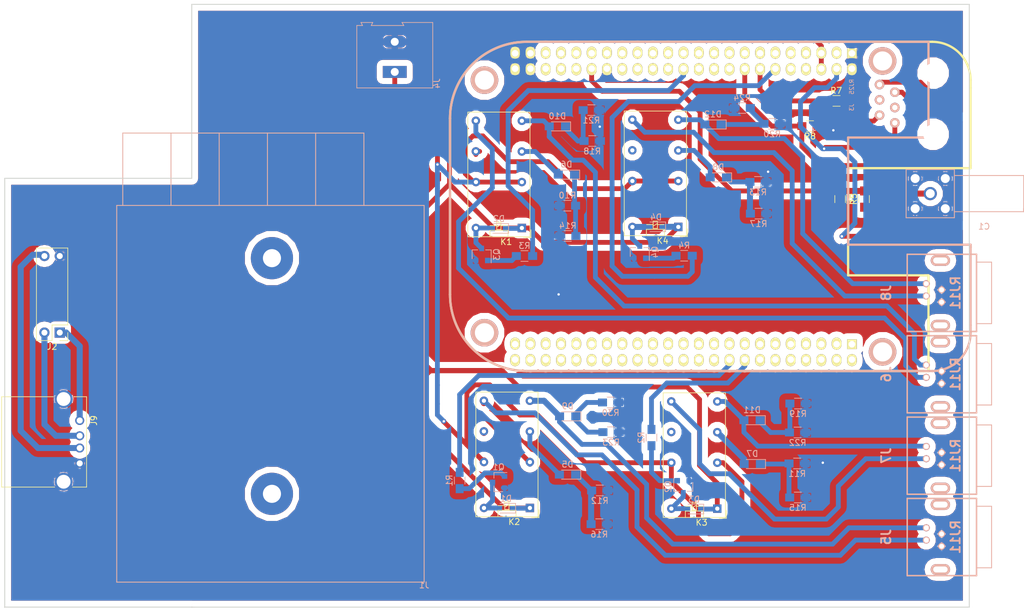
<source format=kicad_pcb>
(kicad_pcb (version 4) (host pcbnew 4.0.7-e2-6376~58~ubuntu16.04.1)
  (layers (0 F.Cu signal) (31 B.Cu signal) (34 B.Paste user) (35 F.Paste user) (36 B.SilkS user) (37 F.SilkS user) (38 B.Mask user) (39 F.Mask user) (44 Edge.Cuts user))
  (net 0 "")
  (net 1 "Net-(Beagle1-PadC7)")
  (net 2 "Net-(Beagle1-PadC8)")
  (net 3 "Net-(Beagle1-PadC9)")
  (net 4 "Net-(Beagle1-PadC10)")
  (net 5 "Net-(Beagle1-PadC11)")
  (net 6 "Net-(Beagle1-PadC13)")
  (net 7 "Net-(Beagle1-PadC17)")
  (net 8 "Net-(Beagle1-PadC18)")
  (net 9 "Net-(Beagle1-PadC19)")
  (net 10 "Net-(Beagle1-PadC20)")
  (net 11 "Net-(Beagle1-PadC22)")
  (net 12 "Net-(Beagle1-PadC26)")
  (net 13 "Net-(Beagle1-PadC28)")
  (net 14 "Net-(Beagle1-PadC29)")
  (net 15 "Net-(Beagle1-PadC30)")
  (net 16 "Net-(Beagle1-PadC31)")
  (net 17 "Net-(Beagle1-PadC32)")
  (net 18 "Net-(Beagle1-PadC33)")
  (net 19 "Net-(Beagle1-PadC35)")
  (net 20 "Net-(Beagle1-PadC37)")
  (net 21 "Net-(Beagle1-PadC38)")
  (net 22 "Net-(Beagle1-PadC39)")
  (net 23 "Net-(Beagle1-PadC40)")
  (net 24 "Net-(Beagle1-PadC41)")
  (net 25 "Net-(Beagle1-PadC42)")
  (net 26 "Net-(Beagle1-PadB1)")
  (net 27 "Net-(Beagle1-PadB2)")
  (net 28 "Net-(Beagle1-PadB3)")
  (net 29 "Net-(Beagle1-PadB4)")
  (net 30 "Net-(Beagle1-PadB5)")
  (net 31 "Net-(Beagle1-PadB6)")
  (net 32 "Net-(Beagle1-PadB8)")
  (net 33 "Net-(Beagle1-PadB10)")
  (net 34 "Net-(Beagle1-PadB11)")
  (net 35 "Net-(Beagle1-PadB12)")
  (net 36 "Net-(Beagle1-PadB13)")
  (net 37 "Net-(Beagle1-PadB14)")
  (net 38 "Net-(Beagle1-PadB15)")
  (net 39 "Net-(Beagle1-PadB17)")
  (net 40 "Net-(Beagle1-PadB19)")
  (net 41 "Net-(Beagle1-PadB20)")
  (net 42 "Net-(Beagle1-PadB21)")
  (net 43 "Net-(Beagle1-PadB22)")
  (net 44 "Net-(Beagle1-PadB23)")
  (net 45 "Net-(Beagle1-PadB24)")
  (net 46 "Net-(Beagle1-PadB25)")
  (net 47 "Net-(Beagle1-PadB26)")
  (net 48 "Net-(Beagle1-PadB27)")
  (net 49 "Net-(Beagle1-PadB28)")
  (net 50 "Net-(Beagle1-PadB29)")
  (net 51 "Net-(Beagle1-PadB30)")
  (net 52 "Net-(Beagle1-PadB31)")
  (net 53 "Net-(Beagle1-PadB32)")
  (net 54 "Net-(Beagle1-PadB33)")
  (net 55 "Net-(Beagle1-PadB34)")
  (net 56 "Net-(Beagle1-PadB35)")
  (net 57 "Net-(Beagle1-PadB36)")
  (net 58 "Net-(Beagle1-PadB37)")
  (net 59 "Net-(Beagle1-PadB38)")
  (net 60 "Net-(Beagle1-PadB39)")
  (net 61 "Net-(Beagle1-PadB40)")
  (net 62 "Net-(Beagle1-PadB41)")
  (net 63 "Net-(Beagle1-PadB42)")
  (net 64 "Net-(Beagle1-PadB43)")
  (net 65 "Net-(Beagle1-PadB44)")
  (net 66 "Net-(Beagle1-PadB45)")
  (net 67 "Net-(Beagle1-PadB46)")
  (net 68 GND)
  (net 69 "Net-(C1-Pad1)")
  (net 70 VCC)
  (net 71 "Net-(J2-Pad1)")
  (net 72 "Net-(J2-Pad2)")
  (net 73 "Net-(J2-Pad3)")
  (net 74 "Net-(J3-Pad4)")
  (net 75 "Net-(J3-Pad3)")
  (net 76 +24V)
  (net 77 "Net-(Q1-Pad1)")
  (net 78 "Net-(Q2-Pad1)")
  (net 79 "Net-(Q3-Pad1)")
  (net 80 "Net-(Q4-Pad1)")
  (net 81 /AIn_BBB)
  (net 82 /BBB_p1)
  (net 83 /BBB_p3)
  (net 84 /BBB_p2)
  (net 85 /BBB_p4)
  (net 86 /BBB_p5)
  (net 87 /BBB_p6)
  (net 88 "Net-(D1-Pad2)")
  (net 89 "Net-(D2-Pad2)")
  (net 90 "Net-(D3-Pad2)")
  (net 91 "Net-(D4-Pad2)")
  (net 92 "Net-(Beagle1-PadC15)")
  (net 93 "Net-(Beagle1-PadC25)")
  (net 94 "Net-(Beagle1-PadC27)")
  (net 95 /3.3V_BBB)
  (net 96 "Net-(D5-Pad1)")
  (net 97 "Net-(D5-Pad2)")
  (net 98 "Net-(D6-Pad1)")
  (net 99 "Net-(D6-Pad2)")
  (net 100 "Net-(D7-Pad1)")
  (net 101 "Net-(D7-Pad2)")
  (net 102 "Net-(D8-Pad1)")
  (net 103 "Net-(D8-Pad2)")
  (net 104 "Net-(D9-Pad1)")
  (net 105 "Net-(D9-Pad2)")
  (net 106 "Net-(D10-Pad1)")
  (net 107 "Net-(D10-Pad2)")
  (net 108 "Net-(D11-Pad1)")
  (net 109 "Net-(D11-Pad2)")
  (net 110 "Net-(D12-Pad1)")
  (net 111 "Net-(D12-Pad2)")
  (net 112 "Net-(Beagle1-PadC3)")
  (net 113 "Net-(Beagle1-PadC21)")
  (net 114 "Net-(Beagle1-PadC23)")
  (net 115 "Net-(K1-Pad11)")
  (net 116 "Net-(K2-Pad11)")
  (net 117 "Net-(K3-Pad11)")
  (net 118 "Net-(K4-Pad11)")
  (net 119 "Net-(Beagle1-PadB7)")
  (net 120 "Net-(Beagle1-PadB9)")
  (net 121 "Net-(J1-Pad1)")
  (net 122 "Net-(J5-Pad2)")
  (net 123 "Net-(J6-Pad2)")
  (net 124 "Net-(J7-Pad2)")
  (net 125 "Net-(J8-Pad2)")
  (module Pin_Headers:Pin_Header_Straight_2x06_Pitch2.54mm (layer F.Cu) (at 66.04 92.583 180)
    (fp_text reference J2 (at 1.27 -2.33 180) (layer F.SilkS))
    (fp_text value USB_OTG)
    (pad 1 thru_hole rect (at 0 0 180) (size 1.7 1.7) (drill 1) (layers *.Cu *.Mask) (net 71 "Net-(J2-Pad1)"))
    (pad 2 thru_hole oval (at 2.54 0 180) (size 1.7 1.7) (drill 1) (layers *.Cu *.Mask) (net 72 "Net-(J2-Pad2)"))
    (pad 5 thru_hole oval (at 0 12.7 180) (size 1.7 1.7) (drill 1) (layers *.Cu *.Mask) (net 68 GND))
    (pad 3 thru_hole oval (at 2.54 12.7 180) (size 1.7 1.7) (drill 1) (layers *.Cu *.Mask) (net 73 "Net-(J2-Pad3)"))
  )
  (module Controle:BEAGLEBONEBLACK (layer F.Cu) (at 174.63708 71.6534)
    (fp_text reference Beagle1 hide)
    (fp_text value BeagleBone hide)
    (pad C1 thru_hole rect (at 22.82 -25.4) (size 1.6 1.6) (drill 1.1) (layers *.Cu *.Mask F.SilkS) (net 68 GND))
    (pad C2 thru_hole oval (at 22.82 -22.86) (size 1.6 2) (drill 1.1 (offset 0 0.1)) (layers *.Cu *.Mask F.SilkS) (net 68 GND))
    (pad C3 thru_hole oval (at 20.28 -25.4) (size 1.6 2) (drill 1.1 (offset 0 -0.1)) (layers *.Cu *.Mask F.SilkS) (net 112 "Net-(Beagle1-PadC3)"))
    (pad C4 thru_hole oval (at 20.28 -22.86) (size 1.6 2) (drill 1.1 (offset 0 0.1)) (layers *.Cu *.Mask F.SilkS) (net 95 /3.3V_BBB))
    (pad C5 thru_hole oval (at 17.74 -25.4) (size 1.6 2) (drill 1.1 (offset 0 -0.1)) (layers *.Cu *.Mask F.SilkS) (net 70 VCC))
    (pad C6 thru_hole oval (at 17.74 -22.86) (size 1.6 2) (drill 1.1 (offset 0 0.1)) (layers *.Cu *.Mask F.SilkS) (net 70 VCC))
    (pad C7 thru_hole oval (at 15.2 -25.4) (size 1.6 2) (drill 1.1 (offset 0 -0.1)) (layers *.Cu *.Mask F.SilkS) (net 1 "Net-(Beagle1-PadC7)"))
    (pad C8 thru_hole oval (at 15.2 -22.86) (size 1.6 2) (drill 1.1 (offset 0 0.1)) (layers *.Cu *.Mask F.SilkS) (net 2 "Net-(Beagle1-PadC8)"))
    (pad C9 thru_hole oval (at 12.66 -25.4) (size 1.6 2) (drill 1.1 (offset 0 -0.1)) (layers *.Cu *.Mask F.SilkS) (net 3 "Net-(Beagle1-PadC9)"))
    (pad C10 thru_hole oval (at 12.66 -22.86) (size 1.6 2) (drill 1.1 (offset 0 0.1)) (layers *.Cu *.Mask F.SilkS) (net 4 "Net-(Beagle1-PadC10)"))
    (pad C11 thru_hole oval (at 10.12 -25.4) (size 1.6 2) (drill 1.1 (offset 0 -0.1)) (layers *.Cu *.Mask F.SilkS) (net 5 "Net-(Beagle1-PadC11)"))
    (pad C12 thru_hole oval (at 10.12 -22.86) (size 1.6 2) (drill 1.1 (offset 0 0.1)) (layers *.Cu *.Mask F.SilkS) (net 85 /BBB_p4))
    (pad C13 thru_hole oval (at 7.58 -25.4) (size 1.6 2) (drill 1.1 (offset 0 -0.1)) (layers *.Cu *.Mask F.SilkS) (net 6 "Net-(Beagle1-PadC13)"))
    (pad C14 thru_hole oval (at 7.58 -22.86) (size 1.6 2) (drill 1.1 (offset 0 0.1)) (layers *.Cu *.Mask F.SilkS) (net 86 /BBB_p5))
    (pad C15 thru_hole oval (at 5.04 -25.4) (size 1.6 2) (drill 1.1 (offset 0 -0.1)) (layers *.Cu *.Mask F.SilkS) (net 92 "Net-(Beagle1-PadC15)"))
    (pad C16 thru_hole oval (at 5.04 -22.86) (size 1.6 2) (drill 1.1 (offset 0 0.1)) (layers *.Cu *.Mask F.SilkS) (net 87 /BBB_p6))
    (pad C17 thru_hole oval (at 2.5 -25.4) (size 1.6 2) (drill 1.1 (offset 0 -0.1)) (layers *.Cu *.Mask F.SilkS) (net 7 "Net-(Beagle1-PadC17)"))
    (pad C18 thru_hole oval (at 2.5 -22.86) (size 1.6 2) (drill 1.1 (offset 0 0.1)) (layers *.Cu *.Mask F.SilkS) (net 8 "Net-(Beagle1-PadC18)"))
    (pad C19 thru_hole oval (at -0.04 -25.4) (size 1.6 2) (drill 1.1 (offset 0 -0.1)) (layers *.Cu *.Mask F.SilkS) (net 9 "Net-(Beagle1-PadC19)"))
    (pad C20 thru_hole oval (at -0.04 -22.86) (size 1.6 2) (drill 1.1 (offset 0 0.1)) (layers *.Cu *.Mask F.SilkS) (net 10 "Net-(Beagle1-PadC20)"))
    (pad C21 thru_hole oval (at -2.58 -25.4) (size 1.6 2) (drill 1.1 (offset 0 -0.1)) (layers *.Cu *.Mask F.SilkS) (net 113 "Net-(Beagle1-PadC21)"))
    (pad C22 thru_hole oval (at -2.58 -22.86) (size 1.6 2) (drill 1.1 (offset 0 0.1)) (layers *.Cu *.Mask F.SilkS) (net 11 "Net-(Beagle1-PadC22)"))
    (pad C23 thru_hole oval (at -5.12 -25.4) (size 1.6 2) (drill 1.1 (offset 0 -0.1)) (layers *.Cu *.Mask F.SilkS) (net 114 "Net-(Beagle1-PadC23)"))
    (pad C24 thru_hole oval (at -5.12 -22.86) (size 1.6 2) (drill 1.1 (offset 0 0.1)) (layers *.Cu *.Mask F.SilkS) (net 84 /BBB_p2))
    (pad C25 thru_hole oval (at -7.66 -25.4) (size 1.6 2) (drill 1.1 (offset 0 -0.1)) (layers *.Cu *.Mask F.SilkS) (net 93 "Net-(Beagle1-PadC25)"))
    (pad C26 thru_hole oval (at -7.66 -22.86) (size 1.6 2) (drill 1.1 (offset 0 0.1)) (layers *.Cu *.Mask F.SilkS) (net 12 "Net-(Beagle1-PadC26)"))
    (pad C27 thru_hole oval (at -10.2 -25.4) (size 1.6 2) (drill 1.1 (offset 0 -0.1)) (layers *.Cu *.Mask F.SilkS) (net 94 "Net-(Beagle1-PadC27)"))
    (pad C28 thru_hole oval (at -10.2 -22.86) (size 1.6 2) (drill 1.1 (offset 0 0.1)) (layers *.Cu *.Mask F.SilkS) (net 13 "Net-(Beagle1-PadC28)"))
    (pad C29 thru_hole oval (at -12.74 -25.4) (size 1.6 2) (drill 1.1 (offset 0 -0.1)) (layers *.Cu *.Mask F.SilkS) (net 14 "Net-(Beagle1-PadC29)"))
    (pad C30 thru_hole oval (at -12.74 -22.86) (size 1.6 2) (drill 1.1 (offset 0 0.1)) (layers *.Cu *.Mask F.SilkS) (net 15 "Net-(Beagle1-PadC30)"))
    (pad C31 thru_hole oval (at -15.28 -25.4) (size 1.6 2) (drill 1.1 (offset 0 -0.1)) (layers *.Cu *.Mask F.SilkS) (net 16 "Net-(Beagle1-PadC31)"))
    (pad C32 thru_hole oval (at -15.28 -22.86) (size 1.6 2) (drill 1.1 (offset 0 0.1)) (layers *.Cu *.Mask F.SilkS) (net 17 "Net-(Beagle1-PadC32)"))
    (pad C33 thru_hole oval (at -17.82 -25.4) (size 1.6 2) (drill 1.1 (offset 0 -0.1)) (layers *.Cu *.Mask F.SilkS) (net 18 "Net-(Beagle1-PadC33)"))
    (pad C34 thru_hole oval (at -17.82 -22.86) (size 1.6 2) (drill 1.1 (offset 0 0.1)) (layers *.Cu *.Mask F.SilkS) (net 68 GND))
    (pad C35 thru_hole oval (at -20.36 -25.4) (size 1.6 2) (drill 1.1 (offset 0 -0.1)) (layers *.Cu *.Mask F.SilkS) (net 19 "Net-(Beagle1-PadC35)"))
    (pad C36 thru_hole oval (at -20.36 -22.86) (size 1.6 2) (drill 1.1 (offset 0 0.1)) (layers *.Cu *.Mask F.SilkS) (net 81 /AIn_BBB))
    (pad C37 thru_hole oval (at -22.9 -25.4) (size 1.6 2) (drill 1.1 (offset 0 -0.1)) (layers *.Cu *.Mask F.SilkS) (net 20 "Net-(Beagle1-PadC37)"))
    (pad C38 thru_hole oval (at -22.9 -22.86) (size 1.6 2) (drill 1.1 (offset 0 0.1)) (layers *.Cu *.Mask F.SilkS) (net 21 "Net-(Beagle1-PadC38)"))
    (pad C39 thru_hole oval (at -25.44 -25.4) (size 1.6 2) (drill 1.1 (offset 0 -0.1)) (layers *.Cu *.Mask F.SilkS) (net 22 "Net-(Beagle1-PadC39)"))
    (pad C40 thru_hole oval (at -25.44 -22.86) (size 1.6 2) (drill 1.1 (offset 0 0.1)) (layers *.Cu *.Mask F.SilkS) (net 23 "Net-(Beagle1-PadC40)"))
    (pad C41 thru_hole oval (at -27.98 -25.4) (size 1.6 2) (drill 1.1 (offset 0 -0.1)) (layers *.Cu *.Mask F.SilkS) (net 24 "Net-(Beagle1-PadC41)"))
    (pad C42 thru_hole oval (at -27.98 -22.86) (size 1.6 2) (drill 1.1 (offset 0 0.1)) (layers *.Cu *.Mask F.SilkS) (net 25 "Net-(Beagle1-PadC42)"))
    (pad C43 thru_hole oval (at -30.52 -25.4) (size 1.6 2) (drill 1.1 (offset 0 -0.1)) (layers *.Cu *.Mask F.SilkS) (net 68 GND))
    (pad C44 thru_hole oval (at -30.52 -22.86) (size 1.6 2) (drill 1.1 (offset 0 0.1)) (layers *.Cu *.Mask F.SilkS) (net 68 GND))
    (pad C45 thru_hole oval (at -33.06 -25.4) (size 1.6 2) (drill 1.1 (offset 0 -0.1)) (layers *.Cu *.Mask F.SilkS) (net 68 GND))
    (pad C46 thru_hole oval (at -33.06 -22.86) (size 1.6 2) (drill 1.1 (offset 0 0.1)) (layers *.Cu *.Mask F.SilkS) (net 68 GND))
    (pad B1 thru_hole rect (at 22.82 22.86) (size 1.6 1.6) (drill 1.1) (layers *.Cu *.Mask F.SilkS) (net 26 "Net-(Beagle1-PadB1)"))
    (pad B2 thru_hole oval (at 22.82 25.4) (size 1.6 2) (drill 1.1 (offset 0 0.1)) (layers *.Cu *.Mask F.SilkS) (net 27 "Net-(Beagle1-PadB2)"))
    (pad B3 thru_hole oval (at 20.28 22.86) (size 1.6 2) (drill 1.1 (offset 0 -0.1)) (layers *.Cu *.Mask F.SilkS) (net 28 "Net-(Beagle1-PadB3)"))
    (pad B4 thru_hole oval (at 20.28 25.4) (size 1.6 2) (drill 1.1 (offset 0 0.1)) (layers *.Cu *.Mask F.SilkS) (net 29 "Net-(Beagle1-PadB4)"))
    (pad B5 thru_hole oval (at 17.74 22.86) (size 1.6 2) (drill 1.1 (offset 0 -0.1)) (layers *.Cu *.Mask F.SilkS) (net 30 "Net-(Beagle1-PadB5)"))
    (pad B6 thru_hole oval (at 17.74 25.4) (size 1.6 2) (drill 1.1 (offset 0 0.1)) (layers *.Cu *.Mask F.SilkS) (net 31 "Net-(Beagle1-PadB6)"))
    (pad B7 thru_hole oval (at 15.2 22.86) (size 1.6 2) (drill 1.1 (offset 0 -0.1)) (layers *.Cu *.Mask F.SilkS) (net 119 "Net-(Beagle1-PadB7)"))
    (pad B8 thru_hole oval (at 15.2 25.4) (size 1.6 2) (drill 1.1 (offset 0 0.1)) (layers *.Cu *.Mask F.SilkS) (net 32 "Net-(Beagle1-PadB8)"))
    (pad B9 thru_hole oval (at 12.66 22.86) (size 1.6 2) (drill 1.1 (offset 0 -0.1)) (layers *.Cu *.Mask F.SilkS) (net 120 "Net-(Beagle1-PadB9)"))
    (pad B10 thru_hole oval (at 12.66 25.4) (size 1.6 2) (drill 1.1 (offset 0 0.1)) (layers *.Cu *.Mask F.SilkS) (net 33 "Net-(Beagle1-PadB10)"))
    (pad B11 thru_hole oval (at 10.12 22.86) (size 1.6 2) (drill 1.1 (offset 0 -0.1)) (layers *.Cu *.Mask F.SilkS) (net 34 "Net-(Beagle1-PadB11)"))
    (pad B12 thru_hole oval (at 10.12 25.4) (size 1.6 2) (drill 1.1 (offset 0 0.1)) (layers *.Cu *.Mask F.SilkS) (net 35 "Net-(Beagle1-PadB12)"))
    (pad B13 thru_hole oval (at 7.58 22.86) (size 1.6 2) (drill 1.1 (offset 0 -0.1)) (layers *.Cu *.Mask F.SilkS) (net 36 "Net-(Beagle1-PadB13)"))
    (pad B14 thru_hole oval (at 7.58 25.4) (size 1.6 2) (drill 1.1 (offset 0 0.1)) (layers *.Cu *.Mask F.SilkS) (net 37 "Net-(Beagle1-PadB14)"))
    (pad B15 thru_hole oval (at 5.04 22.86) (size 1.6 2) (drill 1.1 (offset 0 -0.1)) (layers *.Cu *.Mask F.SilkS) (net 38 "Net-(Beagle1-PadB15)"))
    (pad B16 thru_hole oval (at 5.04 25.4) (size 1.6 2) (drill 1.1 (offset 0 0.1)) (layers *.Cu *.Mask F.SilkS) (net 83 /BBB_p3))
    (pad B17 thru_hole oval (at 2.5 22.86) (size 1.6 2) (drill 1.1 (offset 0 -0.1)) (layers *.Cu *.Mask F.SilkS) (net 39 "Net-(Beagle1-PadB17)"))
    (pad B18 thru_hole oval (at 2.5 25.4) (size 1.6 2) (drill 1.1 (offset 0 0.1)) (layers *.Cu *.Mask F.SilkS) (net 82 /BBB_p1))
    (pad B19 thru_hole oval (at -0.04 22.86) (size 1.6 2) (drill 1.1 (offset 0 -0.1)) (layers *.Cu *.Mask F.SilkS) (net 40 "Net-(Beagle1-PadB19)"))
    (pad B20 thru_hole oval (at -0.04 25.4) (size 1.6 2) (drill 1.1 (offset 0 0.1)) (layers *.Cu *.Mask F.SilkS) (net 41 "Net-(Beagle1-PadB20)"))
    (pad B21 thru_hole oval (at -2.58 22.86) (size 1.6 2) (drill 1.1 (offset 0 -0.1)) (layers *.Cu *.Mask F.SilkS) (net 42 "Net-(Beagle1-PadB21)"))
    (pad B22 thru_hole oval (at -2.58 25.4) (size 1.6 2) (drill 1.1 (offset 0 0.1)) (layers *.Cu *.Mask F.SilkS) (net 43 "Net-(Beagle1-PadB22)"))
    (pad B23 thru_hole oval (at -5.12 22.86) (size 1.6 2) (drill 1.1 (offset 0 -0.1)) (layers *.Cu *.Mask F.SilkS) (net 44 "Net-(Beagle1-PadB23)"))
    (pad B24 thru_hole oval (at -5.12 25.4) (size 1.6 2) (drill 1.1 (offset 0 0.1)) (layers *.Cu *.Mask F.SilkS) (net 45 "Net-(Beagle1-PadB24)"))
    (pad B25 thru_hole oval (at -7.66 22.86) (size 1.6 2) (drill 1.1 (offset 0 -0.1)) (layers *.Cu *.Mask F.SilkS) (net 46 "Net-(Beagle1-PadB25)"))
    (pad B26 thru_hole oval (at -7.66 25.4) (size 1.6 2) (drill 1.1 (offset 0 0.1)) (layers *.Cu *.Mask F.SilkS) (net 47 "Net-(Beagle1-PadB26)"))
    (pad B27 thru_hole oval (at -10.2 22.86) (size 1.6 2) (drill 1.1 (offset 0 -0.1)) (layers *.Cu *.Mask F.SilkS) (net 48 "Net-(Beagle1-PadB27)"))
    (pad B28 thru_hole oval (at -10.2 25.4) (size 1.6 2) (drill 1.1 (offset 0 0.1)) (layers *.Cu *.Mask F.SilkS) (net 49 "Net-(Beagle1-PadB28)"))
    (pad B29 thru_hole oval (at -12.74 22.86) (size 1.6 2) (drill 1.1 (offset 0 -0.1)) (layers *.Cu *.Mask F.SilkS) (net 50 "Net-(Beagle1-PadB29)"))
    (pad B30 thru_hole oval (at -12.74 25.4) (size 1.6 2) (drill 1.1 (offset 0 0.1)) (layers *.Cu *.Mask F.SilkS) (net 51 "Net-(Beagle1-PadB30)"))
    (pad B31 thru_hole oval (at -15.28 22.86) (size 1.6 2) (drill 1.1 (offset 0 -0.1)) (layers *.Cu *.Mask F.SilkS) (net 52 "Net-(Beagle1-PadB31)"))
    (pad B32 thru_hole oval (at -15.28 25.4) (size 1.6 2) (drill 1.1 (offset 0 0.1)) (layers *.Cu *.Mask F.SilkS) (net 53 "Net-(Beagle1-PadB32)"))
    (pad B33 thru_hole oval (at -17.82 22.86) (size 1.6 2) (drill 1.1 (offset 0 -0.1)) (layers *.Cu *.Mask F.SilkS) (net 54 "Net-(Beagle1-PadB33)"))
    (pad B34 thru_hole oval (at -17.82 25.4) (size 1.6 2) (drill 1.1 (offset 0 0.1)) (layers *.Cu *.Mask F.SilkS) (net 55 "Net-(Beagle1-PadB34)"))
    (pad B35 thru_hole oval (at -20.36 22.86) (size 1.6 2) (drill 1.1 (offset 0 -0.1)) (layers *.Cu *.Mask F.SilkS) (net 56 "Net-(Beagle1-PadB35)"))
    (pad B36 thru_hole oval (at -20.36 25.4) (size 1.6 2) (drill 1.1 (offset 0 0.1)) (layers *.Cu *.Mask F.SilkS) (net 57 "Net-(Beagle1-PadB36)"))
    (pad B37 thru_hole oval (at -22.9 22.86) (size 1.6 2) (drill 1.1 (offset 0 -0.1)) (layers *.Cu *.Mask F.SilkS) (net 58 "Net-(Beagle1-PadB37)"))
    (pad B38 thru_hole oval (at -22.9 25.4) (size 1.6 2) (drill 1.1 (offset 0 0.1)) (layers *.Cu *.Mask F.SilkS) (net 59 "Net-(Beagle1-PadB38)"))
    (pad B39 thru_hole oval (at -25.44 22.86) (size 1.6 2) (drill 1.1 (offset 0 -0.1)) (layers *.Cu *.Mask F.SilkS) (net 60 "Net-(Beagle1-PadB39)"))
    (pad B40 thru_hole oval (at -25.44 25.4) (size 1.6 2) (drill 1.1 (offset 0 0.1)) (layers *.Cu *.Mask F.SilkS) (net 61 "Net-(Beagle1-PadB40)"))
    (pad B41 thru_hole oval (at -27.98 22.86) (size 1.6 2) (drill 1.1 (offset 0 -0.1)) (layers *.Cu *.Mask F.SilkS) (net 62 "Net-(Beagle1-PadB41)"))
    (pad B42 thru_hole oval (at -27.98 25.4) (size 1.6 2) (drill 1.1 (offset 0 0.1)) (layers *.Cu *.Mask F.SilkS) (net 63 "Net-(Beagle1-PadB42)"))
    (pad B43 thru_hole oval (at -30.52 22.86) (size 1.6 2) (drill 1.1 (offset 0 -0.1)) (layers *.Cu *.Mask F.SilkS) (net 64 "Net-(Beagle1-PadB43)"))
    (pad B44 thru_hole oval (at -30.52 25.4) (size 1.6 2) (drill 1.1 (offset 0 0.1)) (layers *.Cu *.Mask F.SilkS) (net 65 "Net-(Beagle1-PadB44)"))
    (pad B45 thru_hole oval (at -33.06 22.86) (size 1.6 2) (drill 1.1 (offset 0 -0.1)) (layers *.Cu *.Mask F.SilkS) (net 66 "Net-(Beagle1-PadB45)"))
    (pad B46 thru_hole oval (at -33.06 25.4) (size 1.6 2) (drill 1.1 (offset 0 0.1)) (layers *.Cu *.Mask F.SilkS) (net 67 "Net-(Beagle1-PadB46)"))
  )
  (module Relays_THT:Relay_DPDT_Omron_G5V-2 (layer F.Cu) (at 142.69982 75.23306 180)
    (fp_text reference K1 (at 2.6 -2.3 180) (layer F.SilkS))
    (fp_text value RELAY_Metaltex)
    (pad 1 thru_hole rect (at 0 0 180) (size 1.4 1.4) (drill 0.7) (layers *.Cu *.Mask) (net 70 VCC))
    (pad 16 thru_hole circle (at 7.62 0 180) (size 1.4 1.4) (drill 0.7) (layers *.Cu *.Mask) (net 89 "Net-(D2-Pad2)"))
    (pad 6 thru_hole circle (at 0 12.69 180) (size 1.4 1.4) (drill 0.7) (layers *.Cu *.Mask) (net 99 "Net-(D6-Pad2)"))
    (pad 8 thru_hole circle (at 0 17.78 180) (size 1.4 1.4) (drill 0.7) (layers *.Cu *.Mask) (net 107 "Net-(D10-Pad2)"))
    (pad 4 thru_hole circle (at 0 7.62 180) (size 1.4 1.4) (drill 0.7) (layers *.Cu *.Mask) (net 76 +24V))
    (pad 11 thru_hole circle (at 7.63 12.71 180) (size 1.4 1.4) (drill 0.7) (layers *.Cu *.Mask) (net 115 "Net-(K1-Pad11)"))
    (pad 9 thru_hole circle (at 7.63 17.79 180) (size 1.4 1.4) (drill 0.7) (layers *.Cu *.Mask) (net 123 "Net-(J6-Pad2)"))
    (pad 13 thru_hole circle (at 7.62 7.62 180) (size 1.4 1.4) (drill 0.7) (layers *.Cu *.Mask) (net 76 +24V))
  )
  (module "Controle:BEAGLEBONEBLACK_(fixation_holes)" (layer B.Cu) (at 173.96208 71.6534)
    (fp_text reference J10 hide)
    (fp_text value Conn_01x01 hide)
    (pad M1 thru_hole circle (at -37.465 20.955) (size 4.572 4.572) (drill 3.175) (layers *.Cu *.Mask B.SilkS))
    (pad M2 thru_hole circle (at 28.575 24.13) (size 4.572 4.572) (drill 3.175) (layers *.Cu *.Mask B.SilkS))
    (pad M3 thru_hole circle (at 28.575 -24.13) (size 4.572 4.572) (drill 3.175) (layers *.Cu *.Mask B.SilkS))
    (pad M4 thru_hole circle (at -37.465 -20.955) (size 4.572 4.572) (drill 3.175) (layers *.Cu *.Mask B.SilkS))
  )
  (module Connectors_Terminal_Blocks:TerminalBlock_Altech_AK300-2_P5.00mm (layer B.Cu) (at 121.6152 49.3395 90)
    (fp_text reference J4 (at -1.92 6.99 90) (layer B.SilkS) (effects (justify mirror)))
    (fp_text value Conn_01x02)
    (pad 1 thru_hole rect (at 0 0 90) (size 1.98 3.96) (drill 1.32) (layers *.Cu *.Mask) (net 76 +24V))
    (pad 2 thru_hole oval (at 5 0 90) (size 1.98 3.96) (drill 1.32) (layers *.Cu *.Mask) (net 68 GND))
  )
  (module Connectors:USB_A (layer F.Cu) (at 69.35216 107.16512 270)
    (fp_text reference J9 (at 0 -2.35 270) (layer F.SilkS))
    (fp_text value USB_A)
    (pad 4 thru_hole circle (at 7.11 0 180) (size 1.5 1.5) (drill 1) (layers *.Cu *.Mask) (net 68 GND))
    (pad 3 thru_hole circle (at 4.57 0 180) (size 1.5 1.5) (drill 1) (layers *.Cu *.Mask) (net 73 "Net-(J2-Pad3)"))
    (pad 2 thru_hole circle (at 2.54 0 180) (size 1.5 1.5) (drill 1) (layers *.Cu *.Mask) (net 72 "Net-(J2-Pad2)"))
    (pad 1 thru_hole circle (at 0 0 180) (size 1.5 1.5) (drill 1) (layers *.Cu *.Mask) (net 71 "Net-(J2-Pad1)"))
    (pad 5 thru_hole circle (at 10.16 2.67 180) (size 3 3) (drill 2.3) (layers *.Cu *.Mask) (net 68 GND))
    (pad 5 thru_hole circle (at -3.56 2.67 180) (size 3 3) (drill 2.3) (layers *.Cu *.Mask) (net 68 GND))
  )
  (module Relays_THT:Relay_DPDT_Omron_G5V-2 (layer F.Cu) (at 144.03324 121.6795 180)
    (fp_text reference K2 (at 2.6 -2.3 180) (layer F.SilkS))
    (fp_text value RELAY_Metaltex)
    (pad 1 thru_hole rect (at 0 0 180) (size 1.4 1.4) (drill 0.7) (layers *.Cu *.Mask) (net 70 VCC))
    (pad 16 thru_hole circle (at 7.62 0 180) (size 1.4 1.4) (drill 0.7) (layers *.Cu *.Mask) (net 88 "Net-(D1-Pad2)"))
    (pad 6 thru_hole circle (at 0 12.69 180) (size 1.4 1.4) (drill 0.7) (layers *.Cu *.Mask) (net 97 "Net-(D5-Pad2)"))
    (pad 8 thru_hole circle (at 0 17.78 180) (size 1.4 1.4) (drill 0.7) (layers *.Cu *.Mask) (net 105 "Net-(D9-Pad2)"))
    (pad 4 thru_hole circle (at 0 7.62 180) (size 1.4 1.4) (drill 0.7) (layers *.Cu *.Mask) (net 76 +24V))
    (pad 11 thru_hole circle (at 7.63 12.71 180) (size 1.4 1.4) (drill 0.7) (layers *.Cu *.Mask) (net 116 "Net-(K2-Pad11)"))
    (pad 9 thru_hole circle (at 7.63 17.79 180) (size 1.4 1.4) (drill 0.7) (layers *.Cu *.Mask) (net 122 "Net-(J5-Pad2)"))
    (pad 13 thru_hole circle (at 7.62 7.62 180) (size 1.4 1.4) (drill 0.7) (layers *.Cu *.Mask) (net 76 +24V))
  )
  (module Relays_THT:Relay_DPDT_Omron_G5V-2 (layer F.Cu) (at 175.12034 121.79126 180)
    (fp_text reference K3 (at 2.6 -2.3 180) (layer F.SilkS))
    (fp_text value RELAY_Metaltex)
    (pad 1 thru_hole rect (at 0 0 180) (size 1.4 1.4) (drill 0.7) (layers *.Cu *.Mask) (net 70 VCC))
    (pad 16 thru_hole circle (at 7.62 0 180) (size 1.4 1.4) (drill 0.7) (layers *.Cu *.Mask) (net 90 "Net-(D3-Pad2)"))
    (pad 6 thru_hole circle (at 0 12.69 180) (size 1.4 1.4) (drill 0.7) (layers *.Cu *.Mask) (net 101 "Net-(D7-Pad2)"))
    (pad 8 thru_hole circle (at 0 17.78 180) (size 1.4 1.4) (drill 0.7) (layers *.Cu *.Mask) (net 109 "Net-(D11-Pad2)"))
    (pad 4 thru_hole circle (at 0 7.62 180) (size 1.4 1.4) (drill 0.7) (layers *.Cu *.Mask) (net 76 +24V))
    (pad 11 thru_hole circle (at 7.63 12.71 180) (size 1.4 1.4) (drill 0.7) (layers *.Cu *.Mask) (net 117 "Net-(K3-Pad11)"))
    (pad 9 thru_hole circle (at 7.63 17.79 180) (size 1.4 1.4) (drill 0.7) (layers *.Cu *.Mask) (net 124 "Net-(J7-Pad2)"))
    (pad 13 thru_hole circle (at 7.62 7.62 180) (size 1.4 1.4) (drill 0.7) (layers *.Cu *.Mask) (net 76 +24V))
  )
  (module Relays_THT:Relay_DPDT_Omron_G5V-2 (layer F.Cu) (at 168.656 75.057 180)
    (fp_text reference K4 (at 2.6 -2.3 180) (layer F.SilkS))
    (fp_text value RELAY_Metaltex)
    (pad 1 thru_hole rect (at 0 0 180) (size 1.4 1.4) (drill 0.7) (layers *.Cu *.Mask) (net 70 VCC))
    (pad 16 thru_hole circle (at 7.62 0 180) (size 1.4 1.4) (drill 0.7) (layers *.Cu *.Mask) (net 91 "Net-(D4-Pad2)"))
    (pad 6 thru_hole circle (at 0 12.69 180) (size 1.4 1.4) (drill 0.7) (layers *.Cu *.Mask) (net 103 "Net-(D8-Pad2)"))
    (pad 8 thru_hole circle (at 0 17.78 180) (size 1.4 1.4) (drill 0.7) (layers *.Cu *.Mask) (net 111 "Net-(D12-Pad2)"))
    (pad 4 thru_hole circle (at 0 7.62 180) (size 1.4 1.4) (drill 0.7) (layers *.Cu *.Mask) (net 76 +24V))
    (pad 11 thru_hole circle (at 7.63 12.71 180) (size 1.4 1.4) (drill 0.7) (layers *.Cu *.Mask) (net 118 "Net-(K4-Pad11)"))
    (pad 9 thru_hole circle (at 7.63 17.79 180) (size 1.4 1.4) (drill 0.7) (layers *.Cu *.Mask) (net 125 "Net-(J8-Pad2)"))
    (pad 13 thru_hole circle (at 7.62 7.62 180) (size 1.4 1.4) (drill 0.7) (layers *.Cu *.Mask) (net 76 +24V))
  )
  (module TO_SOT_Packages_SMD:SOT-23 (layer B.Cu) (at 138.82878 117.38864 180)
    (fp_text reference Q1 (at 0 2.5 180) (layer B.SilkS) (effects (justify mirror)))
    (fp_text value BC817)
    (pad 1 smd rect (at -1 0.95 180) (size 0.9 0.8) (layers B.Cu B.Paste B.Mask) (net 77 "Net-(Q1-Pad1)"))
    (pad 2 smd rect (at -1 -0.95 180) (size 0.9 0.8) (layers B.Cu B.Paste B.Mask) (net 68 GND))
    (pad 3 smd rect (at 1 0 180) (size 0.9 0.8) (layers B.Cu B.Paste B.Mask) (net 88 "Net-(D1-Pad2)"))
  )
  (module TO_SOT_Packages_SMD:SOT-23 (layer B.Cu) (at 169.475 118.15 270)
    (fp_text reference Q2 (at 0 2.5 270) (layer B.SilkS) (effects (justify mirror)))
    (fp_text value BC817)
    (pad 1 smd rect (at -1 0.95 270) (size 0.9 0.8) (layers B.Cu B.Paste B.Mask) (net 78 "Net-(Q2-Pad1)"))
    (pad 2 smd rect (at -1 -0.95 270) (size 0.9 0.8) (layers B.Cu B.Paste B.Mask) (net 68 GND))
    (pad 3 smd rect (at 1 0 270) (size 0.9 0.8) (layers B.Cu B.Paste B.Mask) (net 90 "Net-(D3-Pad2)"))
  )
  (module TO_SOT_Packages_SMD:SOT-23 (layer B.Cu) (at 136.03224 79.62392 90)
    (fp_text reference Q3 (at 0 2.5 90) (layer B.SilkS) (effects (justify mirror)))
    (fp_text value BC817)
    (pad 1 smd rect (at -1 0.95 90) (size 0.9 0.8) (layers B.Cu B.Paste B.Mask) (net 79 "Net-(Q3-Pad1)"))
    (pad 2 smd rect (at -1 -0.95 90) (size 0.9 0.8) (layers B.Cu B.Paste B.Mask) (net 68 GND))
    (pad 3 smd rect (at 1 0 90) (size 0.9 0.8) (layers B.Cu B.Paste B.Mask) (net 89 "Net-(D2-Pad2)"))
  )
  (module TO_SOT_Packages_SMD:SOT-23 (layer B.Cu) (at 162.26282 79.24038 90)
    (fp_text reference Q4 (at 0 2.5 90) (layer B.SilkS) (effects (justify mirror)))
    (fp_text value BC817)
    (pad 1 smd rect (at -1 0.95 90) (size 0.9 0.8) (layers B.Cu B.Paste B.Mask) (net 80 "Net-(Q4-Pad1)"))
    (pad 2 smd rect (at -1 -0.95 90) (size 0.9 0.8) (layers B.Cu B.Paste B.Mask) (net 68 GND))
    (pad 3 smd rect (at 1 0 90) (size 0.9 0.8) (layers B.Cu B.Paste B.Mask) (net 91 "Net-(D4-Pad2)"))
  )
  (module Controle:Mean_Well_RS15 (layer B.Cu) (at 126.492 133.985 180)
    (fp_text reference J1 (at 0 -0.5 180) (layer B.SilkS) (effects (justify mirror)))
    (fp_text value Conn_01x01)
    (pad 1 thru_hole circle (at 25.25 14.65 180) (size 7 7) (drill 3) (layers *.Cu *.Mask) (net 121 "Net-(J1-Pad1)"))
    (pad 2 thru_hole circle (at 25.25 53.75 180) (size 7 7) (drill 3) (layers *.Cu *.Mask))
  )
  (module "Controle:RJ25_(conversor)" (layer B.Cu) (at 210.92648 54.60924 270)
    (fp_text reference J3 (at 0.61 13.52 270) (layer B.SilkS) (effects (font (size 0.7 0.7) (thickness 0.1)) (justify mirror)))
    (fp_text value RJ25 (at -2.8 13.51 270) (layer B.SilkS) (effects (font (size 0.7 0.7) (thickness 0.1)) (justify mirror)))
    (pad "" np_thru_hole circle (at -5.08 0 270) (size 3.25 3.25) (drill 3.25) (layers *.Cu *.Mask))
    (pad 1 thru_hole circle (at -3.17 8.89 270) (size 1.59 1.59) (drill 0.89) (layers *.Cu *.Mask B.SilkS) (net 95 /3.3V_BBB))
    (pad 2 thru_hole circle (at -1.9 6.35 270) (size 1.59 1.59) (drill 0.89) (layers *.Cu *.Mask B.SilkS) (net 87 /BBB_p6))
    (pad 3 thru_hole circle (at -0.63 8.89 270) (size 1.59 1.59) (drill 0.89) (layers *.Cu *.Mask B.SilkS) (net 75 "Net-(J3-Pad3)"))
    (pad 4 thru_hole circle (at 0.64 6.35 270) (size 1.59 1.59) (drill 0.89) (layers *.Cu *.Mask B.SilkS) (net 74 "Net-(J3-Pad4)"))
    (pad 5 thru_hole circle (at 1.91 8.89 270) (size 1.59 1.59) (drill 0.89) (layers *.Cu *.Mask B.SilkS) (net 86 /BBB_p5))
    (pad 6 thru_hole circle (at 3.18 6.35 270) (size 1.59 1.59) (drill 0.89) (layers *.Cu *.Mask B.SilkS) (net 95 /3.3V_BBB))
    (pad "" np_thru_hole circle (at 5.08 0 270) (size 3.25 3.25) (drill 3.25) (layers *.Cu *.Mask))
  )
  (module Controle:SMA_Molex_73251-2201 (layer B.Cu) (at 219.3798 74.4855 180)
    (fp_text reference C1 (at 0 -0.5 180) (layer B.SilkS) (effects (justify mirror)))
    (fp_text value Conn_SMA_90graus)
    (pad 2 thru_hole circle (at 6.43 7.46 180) (size 2.2 2.2) (drill 1.5) (layers *.Cu *.Mask) (net 68 GND))
    (pad 2 thru_hole circle (at 11.43 7.46 180) (size 2.2 2.2) (drill 1.5) (layers *.Cu *.Mask) (net 68 GND))
    (pad 2 thru_hole circle (at 11.43 2.46 180) (size 2.2 2.2) (drill 1.5) (layers *.Cu *.Mask) (net 68 GND))
    (pad 2 thru_hole circle (at 6.43 2.46 180) (size 2.2 2.2) (drill 1.5) (layers *.Cu *.Mask) (net 68 GND))
    (pad 1 thru_hole circle (at 8.93 4.96 180) (size 2.2 2.2) (drill 1.5) (layers *.Cu *.Mask) (net 69 "Net-(C1-Pad1)"))
  )
  (module Diodes_SMD:D_0805 (layer B.Cu) (at 140.0683 121.71934 180)
    (fp_text reference D1 (at 0 1.6 180) (layer B.SilkS) (effects (justify mirror)))
    (fp_text value D)
    (pad 1 smd rect (at -1.05 0 180) (size 0.8 0.9) (layers B.Cu B.Paste B.Mask) (net 70 VCC))
    (pad 2 smd rect (at 1.05 0 180) (size 0.8 0.9) (layers B.Cu B.Paste B.Mask) (net 88 "Net-(D1-Pad2)"))
  )
  (module Diodes_SMD:D_0805 (layer B.Cu) (at 138.89736 75.30338 180)
    (fp_text reference D2 (at 0 1.6 180) (layer B.SilkS) (effects (justify mirror)))
    (fp_text value D)
    (pad 1 smd rect (at -1.05 0 180) (size 0.8 0.9) (layers B.Cu B.Paste B.Mask) (net 70 VCC))
    (pad 2 smd rect (at 1.05 0 180) (size 0.8 0.9) (layers B.Cu B.Paste B.Mask) (net 89 "Net-(D2-Pad2)"))
  )
  (module Diodes_SMD:D_0805 (layer B.Cu) (at 171.2722 121.85904 180)
    (fp_text reference D3 (at 0 1.6 180) (layer B.SilkS) (effects (justify mirror)))
    (fp_text value D)
    (pad 1 smd rect (at -1.05 0 180) (size 0.8 0.9) (layers B.Cu B.Paste B.Mask) (net 70 VCC))
    (pad 2 smd rect (at 1.05 0 180) (size 0.8 0.9) (layers B.Cu B.Paste B.Mask) (net 90 "Net-(D3-Pad2)"))
  )
  (module Diodes_SMD:D_0805 (layer B.Cu) (at 164.9476 75.03922 180)
    (fp_text reference D4 (at 0 1.6 180) (layer B.SilkS) (effects (justify mirror)))
    (fp_text value D)
    (pad 1 smd rect (at -1.05 0 180) (size 0.8 0.9) (layers B.Cu B.Paste B.Mask) (net 70 VCC))
    (pad 2 smd rect (at 1.05 0 180) (size 0.8 0.9) (layers B.Cu B.Paste B.Mask) (net 91 "Net-(D4-Pad2)"))
  )
  (module LEDs:LED_0805_HandSoldering (layer B.Cu) (at 150.275 116.15 180)
    (fp_text reference D5 (at 0 1.7 180) (layer B.SilkS) (effects (justify mirror)))
    (fp_text value "LED green")
    (pad 1 smd rect (at -1.35 0 180) (size 1.5 1.3) (layers B.Cu B.Paste B.Mask) (net 96 "Net-(D5-Pad1)"))
    (pad 2 smd rect (at 1.35 0 180) (size 1.5 1.3) (layers B.Cu B.Paste B.Mask) (net 97 "Net-(D5-Pad2)"))
  )
  (module LEDs:LED_0805_HandSoldering (layer B.Cu) (at 150.09368 66.38544 180)
    (fp_text reference D6 (at 0 1.7 180) (layer B.SilkS) (effects (justify mirror)))
    (fp_text value "LED green")
    (pad 1 smd rect (at -1.35 0 180) (size 1.5 1.3) (layers B.Cu B.Paste B.Mask) (net 98 "Net-(D6-Pad1)"))
    (pad 2 smd rect (at 1.35 0 180) (size 1.5 1.3) (layers B.Cu B.Paste B.Mask) (net 99 "Net-(D6-Pad2)"))
  )
  (module LEDs:LED_0805_HandSoldering (layer B.Cu) (at 180.92674 114.3889 180)
    (fp_text reference D7 (at 0 1.7 180) (layer B.SilkS) (effects (justify mirror)))
    (fp_text value "LED green")
    (pad 1 smd rect (at -1.35 0 180) (size 1.5 1.3) (layers B.Cu B.Paste B.Mask) (net 100 "Net-(D7-Pad1)"))
    (pad 2 smd rect (at 1.35 0 180) (size 1.5 1.3) (layers B.Cu B.Paste B.Mask) (net 101 "Net-(D7-Pad2)"))
  )
  (module LEDs:LED_0805_HandSoldering (layer B.Cu) (at 175.29556 66.83248 180)
    (fp_text reference D8 (at 0 1.7 180) (layer B.SilkS) (effects (justify mirror)))
    (fp_text value "LED green")
    (pad 1 smd rect (at -1.35 0 180) (size 1.5 1.3) (layers B.Cu B.Paste B.Mask) (net 102 "Net-(D8-Pad1)"))
    (pad 2 smd rect (at 1.35 0 180) (size 1.5 1.3) (layers B.Cu B.Paste B.Mask) (net 103 "Net-(D8-Pad2)"))
  )
  (module LEDs:LED_0805_HandSoldering (layer B.Cu) (at 150.3045 106.47426 180)
    (fp_text reference D9 (at 0 1.7 180) (layer B.SilkS) (effects (justify mirror)))
    (fp_text value "LED red")
    (pad 1 smd rect (at -1.35 0 180) (size 1.5 1.3) (layers B.Cu B.Paste B.Mask) (net 104 "Net-(D9-Pad1)"))
    (pad 2 smd rect (at 1.35 0 180) (size 1.5 1.3) (layers B.Cu B.Paste B.Mask) (net 105 "Net-(D9-Pad2)"))
  )
  (module LEDs:LED_0805_HandSoldering (layer B.Cu) (at 148.59 58.3692 180)
    (fp_text reference D10 (at 0 1.7 180) (layer B.SilkS) (effects (justify mirror)))
    (fp_text value "LED red")
    (pad 1 smd rect (at -1.35 0 180) (size 1.5 1.3) (layers B.Cu B.Paste B.Mask) (net 106 "Net-(D10-Pad1)"))
    (pad 2 smd rect (at 1.35 0 180) (size 1.5 1.3) (layers B.Cu B.Paste B.Mask) (net 107 "Net-(D10-Pad2)"))
  )
  (module LEDs:LED_0805_HandSoldering (layer B.Cu) (at 180.8861 107.11942 180)
    (fp_text reference D11 (at 0 1.7 180) (layer B.SilkS) (effects (justify mirror)))
    (fp_text value "LED red")
    (pad 1 smd rect (at -1.35 0 180) (size 1.5 1.3) (layers B.Cu B.Paste B.Mask) (net 108 "Net-(D11-Pad1)"))
    (pad 2 smd rect (at 1.35 0 180) (size 1.5 1.3) (layers B.Cu B.Paste B.Mask) (net 109 "Net-(D11-Pad2)"))
  )
  (module LEDs:LED_0805_HandSoldering (layer B.Cu) (at 174.40148 58.05932 180)
    (fp_text reference D12 (at 0 1.7 180) (layer B.SilkS) (effects (justify mirror)))
    (fp_text value "LED red")
    (pad 1 smd rect (at -1.35 0 180) (size 1.5 1.3) (layers B.Cu B.Paste B.Mask) (net 110 "Net-(D12-Pad1)"))
    (pad 2 smd rect (at 1.35 0 180) (size 1.5 1.3) (layers B.Cu B.Paste B.Mask) (net 111 "Net-(D12-Pad2)"))
  )
  (module Resistors_SMD:R_0805_HandSoldering (layer B.Cu) (at 150.26132 71.5264 180)
    (fp_text reference R10 (at 0 1.7 180) (layer B.SilkS) (effects (justify mirror)))
    (fp_text value 4k7)
    (pad 1 smd rect (at -1.35 0 180) (size 1.5 1.3) (layers B.Cu B.Paste B.Mask) (net 98 "Net-(D6-Pad1)"))
    (pad 2 smd rect (at 1.35 0 180) (size 1.5 1.3) (layers B.Cu B.Paste B.Mask) (net 68 GND))
  )
  (module Resistors_SMD:R_0805_HandSoldering (layer B.Cu) (at 188.36894 114.29492)
    (fp_text reference R11 (at 0 1.7) (layer B.SilkS) (effects (justify mirror)))
    (fp_text value 4k7)
    (pad 1 smd rect (at -1.35 0) (size 1.5 1.3) (layers B.Cu B.Paste B.Mask) (net 100 "Net-(D7-Pad1)"))
    (pad 2 smd rect (at 1.35 0) (size 1.5 1.3) (layers B.Cu B.Paste B.Mask) (net 68 GND))
  )
  (module Resistors_SMD:R_0805_HandSoldering (layer B.Cu) (at 155.6258 118.77294)
    (fp_text reference R12 (at 0 1.7) (layer B.SilkS) (effects (justify mirror)))
    (fp_text value 4k7)
    (pad 1 smd rect (at -1.35 0) (size 1.5 1.3) (layers B.Cu B.Paste B.Mask) (net 96 "Net-(D5-Pad1)"))
    (pad 2 smd rect (at 1.35 0) (size 1.5 1.3) (layers B.Cu B.Paste B.Mask) (net 68 GND))
  )
  (module Resistors_SMD:R_0805_HandSoldering (layer B.Cu) (at 181.8894 67.5894)
    (fp_text reference R13 (at 0 1.7) (layer B.SilkS) (effects (justify mirror)))
    (fp_text value 4k7)
    (pad 1 smd rect (at -1.35 0) (size 1.5 1.3) (layers B.Cu B.Paste B.Mask) (net 102 "Net-(D8-Pad1)"))
    (pad 2 smd rect (at 1.35 0) (size 1.5 1.3) (layers B.Cu B.Paste B.Mask) (net 68 GND))
  )
  (module Resistors_SMD:R_0805_HandSoldering (layer B.Cu) (at 150.3172 76.5556 180)
    (fp_text reference R14 (at 0 1.7 180) (layer B.SilkS) (effects (justify mirror)))
    (fp_text value 4k7)
    (pad 1 smd rect (at -1.35 0 180) (size 1.5 1.3) (layers B.Cu B.Paste B.Mask) (net 98 "Net-(D6-Pad1)"))
    (pad 2 smd rect (at 1.35 0 180) (size 1.5 1.3) (layers B.Cu B.Paste B.Mask) (net 68 GND))
  )
  (module Resistors_SMD:R_0805_HandSoldering (layer B.Cu) (at 188.47816 119.93626)
    (fp_text reference R15 (at 0 1.7) (layer B.SilkS) (effects (justify mirror)))
    (fp_text value 4k7)
    (pad 1 smd rect (at -1.35 0) (size 1.5 1.3) (layers B.Cu B.Paste B.Mask) (net 100 "Net-(D7-Pad1)"))
    (pad 2 smd rect (at 1.35 0) (size 1.5 1.3) (layers B.Cu B.Paste B.Mask) (net 68 GND))
  )
  (module Resistors_SMD:R_0805_HandSoldering (layer B.Cu) (at 155.54198 124.36094)
    (fp_text reference R16 (at 0 1.7) (layer B.SilkS) (effects (justify mirror)))
    (fp_text value 4k7)
    (pad 1 smd rect (at -1.35 0) (size 1.5 1.3) (layers B.Cu B.Paste B.Mask) (net 96 "Net-(D5-Pad1)"))
    (pad 2 smd rect (at 1.35 0) (size 1.5 1.3) (layers B.Cu B.Paste B.Mask) (net 68 GND))
  )
  (module Resistors_SMD:R_0805_HandSoldering (layer B.Cu) (at 181.9656 72.8472)
    (fp_text reference R17 (at 0 1.7) (layer B.SilkS) (effects (justify mirror)))
    (fp_text value 4k7)
    (pad 1 smd rect (at -1.35 0) (size 1.5 1.3) (layers B.Cu B.Paste B.Mask) (net 102 "Net-(D8-Pad1)"))
    (pad 2 smd rect (at 1.35 0) (size 1.5 1.3) (layers B.Cu B.Paste B.Mask) (net 68 GND))
  )
  (module Resistors_SMD:R_0805_HandSoldering (layer B.Cu) (at 154.375 60.8)
    (fp_text reference R18 (at 0 1.7) (layer B.SilkS) (effects (justify mirror)))
    (fp_text value 4k7)
    (pad 1 smd rect (at -1.35 0) (size 1.5 1.3) (layers B.Cu B.Paste B.Mask) (net 106 "Net-(D10-Pad1)"))
    (pad 2 smd rect (at 1.35 0) (size 1.5 1.3) (layers B.Cu B.Paste B.Mask) (net 68 GND))
  )
  (module Resistors_SMD:R_0805_HandSoldering (layer B.Cu) (at 188.51626 104.35336)
    (fp_text reference R19 (at 0 1.7) (layer B.SilkS) (effects (justify mirror)))
    (fp_text value 4k7)
    (pad 1 smd rect (at -1.35 0) (size 1.5 1.3) (layers B.Cu B.Paste B.Mask) (net 108 "Net-(D11-Pad1)"))
    (pad 2 smd rect (at 1.35 0) (size 1.5 1.3) (layers B.Cu B.Paste B.Mask) (net 68 GND))
  )
  (module Resistors_SMD:R_0805_HandSoldering (layer B.Cu) (at 184.225 57.95)
    (fp_text reference R20 (at 0 1.7) (layer B.SilkS) (effects (justify mirror)))
    (fp_text value 4k7)
    (pad 1 smd rect (at -1.35 0) (size 1.5 1.3) (layers B.Cu B.Paste B.Mask) (net 110 "Net-(D12-Pad1)"))
    (pad 2 smd rect (at 1.35 0) (size 1.5 1.3) (layers B.Cu B.Paste B.Mask) (net 68 GND))
  )
  (module Resistors_SMD:R_0805_HandSoldering (layer B.Cu) (at 154.225 55.675)
    (fp_text reference R21 (at 0 1.7) (layer B.SilkS) (effects (justify mirror)))
    (fp_text value 4k7)
    (pad 1 smd rect (at -1.35 0) (size 1.5 1.3) (layers B.Cu B.Paste B.Mask) (net 106 "Net-(D10-Pad1)"))
    (pad 2 smd rect (at 1.35 0) (size 1.5 1.3) (layers B.Cu B.Paste B.Mask) (net 68 GND))
  )
  (module Resistors_SMD:R_0805_HandSoldering (layer B.Cu) (at 188.44006 109.15396)
    (fp_text reference R22 (at 0 1.7) (layer B.SilkS) (effects (justify mirror)))
    (fp_text value 4k7)
    (pad 1 smd rect (at -1.35 0) (size 1.5 1.3) (layers B.Cu B.Paste B.Mask) (net 108 "Net-(D11-Pad1)"))
    (pad 2 smd rect (at 1.35 0) (size 1.5 1.3) (layers B.Cu B.Paste B.Mask) (net 68 GND))
  )
  (module Resistors_SMD:R_0805_HandSoldering (layer B.Cu) (at 157.5 109.1)
    (fp_text reference R23 (at 0 1.7) (layer B.SilkS) (effects (justify mirror)))
    (fp_text value 4k7)
    (pad 1 smd rect (at -1.35 0) (size 1.5 1.3) (layers B.Cu B.Paste B.Mask) (net 104 "Net-(D9-Pad1)"))
    (pad 2 smd rect (at 1.35 0) (size 1.5 1.3) (layers B.Cu B.Paste B.Mask) (net 68 GND))
  )
  (module Resistors_SMD:R_0805_HandSoldering (layer B.Cu) (at 179.25 55.325 180)
    (fp_text reference R24 (at 0 1.7 180) (layer B.SilkS) (effects (justify mirror)))
    (fp_text value 4k7)
    (pad 1 smd rect (at -1.35 0 180) (size 1.5 1.3) (layers B.Cu B.Paste B.Mask) (net 110 "Net-(D12-Pad1)"))
    (pad 2 smd rect (at 1.35 0 180) (size 1.5 1.3) (layers B.Cu B.Paste B.Mask) (net 68 GND))
  )
  (module Resistors_SMD:R_0805_HandSoldering (layer B.Cu) (at 132.37972 117.12448 270)
    (fp_text reference R1 (at 0 1.7 270) (layer B.SilkS) (effects (justify mirror)))
    (fp_text value 1k)
    (pad 1 smd rect (at -1.35 0 270) (size 1.5 1.3) (layers B.Cu B.Paste B.Mask) (net 82 /BBB_p1))
    (pad 2 smd rect (at 1.35 0 270) (size 1.5 1.3) (layers B.Cu B.Paste B.Mask) (net 77 "Net-(Q1-Pad1)"))
  )
  (module Resistors_SMD:R_0805_HandSoldering (layer B.Cu) (at 164.20338 109.99978 270)
    (fp_text reference R2 (at 0 1.7 270) (layer B.SilkS) (effects (justify mirror)))
    (fp_text value 1k)
    (pad 1 smd rect (at -1.35 0 270) (size 1.5 1.3) (layers B.Cu B.Paste B.Mask) (net 83 /BBB_p3))
    (pad 2 smd rect (at 1.35 0 270) (size 1.5 1.3) (layers B.Cu B.Paste B.Mask) (net 78 "Net-(Q2-Pad1)"))
  )
  (module Resistors_SMD:R_0805_HandSoldering (layer B.Cu) (at 143.13662 79.88046 180)
    (fp_text reference R3 (at 0 1.7 180) (layer B.SilkS) (effects (justify mirror)))
    (fp_text value 1k)
    (pad 1 smd rect (at -1.35 0 180) (size 1.5 1.3) (layers B.Cu B.Paste B.Mask) (net 84 /BBB_p2))
    (pad 2 smd rect (at 1.35 0 180) (size 1.5 1.3) (layers B.Cu B.Paste B.Mask) (net 79 "Net-(Q3-Pad1)"))
  )
  (module Resistors_SMD:R_0805_HandSoldering (layer B.Cu) (at 169.6212 79.8322 180)
    (fp_text reference R4 (at 0 1.7 180) (layer B.SilkS) (effects (justify mirror)))
    (fp_text value 1k)
    (pad 1 smd rect (at -1.35 0 180) (size 1.5 1.3) (layers B.Cu B.Paste B.Mask) (net 85 /BBB_p4))
    (pad 2 smd rect (at 1.35 0 180) (size 1.5 1.3) (layers B.Cu B.Paste B.Mask) (net 80 "Net-(Q4-Pad1)"))
  )
  (module Resistors_SMD:R_0805_HandSoldering (layer B.Cu) (at 157.4292 104.17556)
    (fp_text reference R30 (at 0 1.7) (layer B.SilkS) (effects (justify mirror)))
    (fp_text value 4k7)
    (pad 1 smd rect (at -1.35 0) (size 1.5 1.3) (layers B.Cu B.Paste B.Mask) (net 104 "Net-(D9-Pad1)"))
    (pad 2 smd rect (at 1.35 0) (size 1.5 1.3) (layers B.Cu B.Paste B.Mask) (net 68 GND))
  )
  (module Resistors_SMD:R_0805_HandSoldering (layer F.Cu) (at 195.49618 70.43674 270)
    (fp_text reference R6 (at 0 -1.7 270) (layer F.SilkS))
    (fp_text value 5k)
    (pad 1 smd rect (at -1.35 0 270) (size 1.5 1.3) (layers F.Cu F.Paste F.Mask) (net 81 /AIn_BBB))
    (pad 2 smd rect (at 1.35 0 270) (size 1.5 1.3) (layers F.Cu F.Paste F.Mask) (net 68 GND))
  )
  (module Resistors_SMD:R_0805_HandSoldering (layer F.Cu) (at 199.46366 70.43674 90)
    (fp_text reference R5 (at 0 -1.7 90) (layer F.SilkS))
    (fp_text value 10k)
    (pad 1 smd rect (at -1.35 0 90) (size 1.5 1.3) (layers F.Cu F.Paste F.Mask) (net 69 "Net-(C1-Pad1)"))
    (pad 2 smd rect (at 1.35 0 90) (size 1.5 1.3) (layers F.Cu F.Paste F.Mask) (net 81 /AIn_BBB))
  )
  (module Resistors_SMD:R_0805_HandSoldering (layer F.Cu) (at 194.9 54.15)
    (fp_text reference R7 (at -0.05588 -1.70434) (layer F.SilkS))
    (fp_text value 10k)
    (pad 1 smd rect (at -1.35 0) (size 1.5 1.3) (layers F.Cu F.Paste F.Mask) (net 86 /BBB_p5))
    (pad 2 smd rect (at 1.35 0) (size 1.5 1.3) (layers F.Cu F.Paste F.Mask) (net 68 GND))
  )
  (module Resistors_SMD:R_0805_HandSoldering (layer F.Cu) (at 190.5 58.325 180)
    (fp_text reference R8 (at 0 -1.7 180) (layer F.SilkS))
    (fp_text value 10k)
    (pad 1 smd rect (at -1.35 0 180) (size 1.5 1.3) (layers F.Cu F.Paste F.Mask) (net 68 GND))
    (pad 2 smd rect (at 1.35 0 180) (size 1.5 1.3) (layers F.Cu F.Paste F.Mask) (net 87 /BBB_p6))
  )
  (module Controle:LNLS_LOGO (layer F.Cu) (at 101.525 49.625)
    (fp_text reference P1 hide)
    (fp_text value CONN_01X01 hide)
    (fp_poly (pts (xy 1.364287 7.214795) (xy 1.369937 7.235488) (xy 1.38786 7.326207) (xy 1.407997 7.465123) (xy 1.426056 7.622552) (xy 1.426423 7.626257) (xy 1.442664 7.770152) (xy 1.459204 7.883088) (xy 1.472737 7.942875) (xy 1.473941 7.945323) (xy 1.511517 7.943959) (xy 1.577803 7.897841) (xy 1.586584 7.88981) (xy 1.667171 7.831416) (xy 1.706132 7.83328) (xy 1.693749 7.884314) (xy 1.641231 7.952153) (xy 1.586563 8.023599) (xy 1.572479 8.071078) (xy 1.574706 8.074501) (xy 1.622047 8.088456) (xy 1.729177 8.105752) (xy 1.877961 8.123742) (xy 1.981912 8.133968) (xy 2.189872 8.153713) (xy 2.323016 8.169446) (xy 2.384486 8.182652) (xy 2.377427 8.19481) (xy 2.304981 8.207405) (xy 2.170292 8.221917) (xy 2.168769 8.222065) (xy 1.995103 8.239439) (xy 1.82101 8.257764) (xy 1.70626 8.270549) (xy 1.517289 8.292564) (xy 1.625257 8.405259) (xy 1.692237 8.491092) (xy 1.705054 8.540823) (xy 1.669727 8.543612) (xy 1.592272 8.488621) (xy 1.583481 8.480505) (xy 1.53058 8.434908) (xy 1.494411 8.422849) (xy 1.470076 8.454153) (xy 1.452677 8.538645) (xy 1.437317 8.686149) (xy 1.428473 8.791455) (xy 1.40698 8.976987) (xy 1.379105 9.092732) (xy 1.345891 9.135825) (xy 1.312419 9.11033) (xy 1.297841 9.054402) (xy 1.281498 8.942141) (xy 1.266397 8.795222) (xy 1.263139 8.755232) (xy 1.247231 8.586215) (xy 1.228552 8.486962) (xy 1.202852 8.449098) (xy 1.16588 8.464248) (xy 1.133231 8.49923) (xy 1.076821 8.548354) (xy 1.050292 8.557846) (xy 1.016907 8.532223) (xy 1.028649 8.470816) (xy 1.079358 8.396812) (xy 1.097885 8.378623) (xy 1.179769 8.304518) (xy 1.088115 8.278769) (xy 0.994294 8.262147) (xy 0.862862 8.249841) (xy 0.801077 8.246873) (xy 0.646188 8.236525) (xy 0.492865 8.217983) (xy 0.449385 8.210515) (xy 0.372355 8.194468) (xy 0.348454 8.183148) (xy 0.384742 8.173081) (xy 0.488276 8.160792) (xy 0.566615 8.152815) (xy 0.735889 8.135185) (xy 0.901507 8.116932) (xy 1.010617 8.104072) (xy 1.181081 8.082818) (xy 1.072082 7.969047) (xy 1.005384 7.883719) (xy 0.991127 7.832892) (xy 1.023981 7.827783) (xy 1.098616 7.879611) (xy 1.109724 7.88981) (xy 1.177596 7.940502) (xy 1.219525 7.94796) (xy 1.221672 7.945323) (xy 1.234984 7.892217) (xy 1.25152 7.785265) (xy 1.266441 7.659076) (xy 1.284416 7.500964) (xy 1.303964 7.352871) (xy 1.31721 7.268307) (xy 1.334407 7.180892) (xy 1.347121 7.164909) (xy 1.364287 7.214795)) (layer F.Cu) (width 0.01))
    (fp_poly (pts (xy 3.327469 7.817974) (xy 3.401775 7.829448) (xy 3.43301 7.855364) (xy 3.438769 7.893538) (xy 3.429826 7.937936) (xy 3.390871 7.961541) (xy 3.303714 7.970698) (xy 3.214077 7.971905) (xy 2.989385 7.972119) (xy 3.253154 8.130378) (xy 3.396533 8.222537) (xy 3.479813 8.293401) (xy 3.514277 8.353493) (xy 3.516923 8.376349) (xy 3.502315 8.462341) (xy 3.450265 8.517264) (xy 3.348436 8.547025) (xy 3.184491 8.557531) (xy 3.137877 8.557846) (xy 2.990445 8.555901) (xy 2.904734 8.547073) (xy 2.864346 8.526869) (xy 2.852884 8.490797) (xy 2.852615 8.479692) (xy 2.860882 8.436712) (xy 2.897387 8.413039) (xy 2.979692 8.403016) (xy 3.096846 8.401007) (xy 3.341077 8.400477) (xy 3.096846 8.255715) (xy 2.964678 8.172151) (xy 2.889366 8.108032) (xy 2.857084 8.049452) (xy 2.852615 8.01006) (xy 2.868143 7.913587) (xy 2.923111 7.853788) (xy 3.030101 7.82346) (xy 3.192585 7.815384) (xy 3.327469 7.817974)) (layer F.Cu) (width 0.01))
    (fp_poly (pts (xy 3.933411 7.817962) (xy 3.961954 7.835455) (xy 3.977635 7.882504) (xy 3.984307 7.973746) (xy 3.985821 8.123821) (xy 3.985846 8.186615) (xy 3.985168 8.358593) (xy 3.980564 8.467056) (xy 3.968183 8.526644) (xy 3.944172 8.551996) (xy 3.904678 8.557752) (xy 3.888154 8.557846) (xy 3.842896 8.555268) (xy 3.814353 8.537774) (xy 3.798672 8.490726) (xy 3.792001 8.399484) (xy 3.790486 8.249409) (xy 3.790461 8.186615) (xy 3.79114 8.014637) (xy 3.795743 7.906174) (xy 3.808124 7.846586) (xy 3.832136 7.821233) (xy 3.871629 7.815478) (xy 3.888154 7.815384) (xy 3.933411 7.817962)) (layer F.Cu) (width 0.01))
    (fp_poly (pts (xy 4.734238 7.817974) (xy 4.808545 7.829448) (xy 4.839779 7.855364) (xy 4.845538 7.893538) (xy 4.83621 7.938703) (xy 4.795876 7.962231) (xy 4.706016 7.970858) (xy 4.630615 7.971692) (xy 4.415692 7.971692) (xy 4.415692 8.264769) (xy 4.413846 8.414615) (xy 4.405429 8.502536) (xy 4.386122 8.544728) (xy 4.351607 8.557386) (xy 4.337538 8.557846) (xy 4.299171 8.551532) (xy 4.275907 8.522288) (xy 4.264023 8.45466) (xy 4.259796 8.333196) (xy 4.259385 8.233507) (xy 4.265283 8.052362) (xy 4.2819 7.923926) (xy 4.306277 7.862276) (xy 4.369803 7.836708) (xy 4.4867 7.819891) (xy 4.599354 7.815384) (xy 4.734238 7.817974)) (layer F.Cu) (width 0.01))
    (fp_poly (pts (xy 5.262026 7.817962) (xy 5.290569 7.835455) (xy 5.306251 7.882504) (xy 5.312922 7.973746) (xy 5.314437 8.123821) (xy 5.314461 8.186615) (xy 5.313783 8.358593) (xy 5.309179 8.467056) (xy 5.296798 8.526644) (xy 5.272787 8.551996) (xy 5.233294 8.557752) (xy 5.216769 8.557846) (xy 5.171512 8.555268) (xy 5.142969 8.537774) (xy 5.127288 8.490726) (xy 5.120616 8.399484) (xy 5.119102 8.249409) (xy 5.119077 8.186615) (xy 5.119755 8.014637) (xy 5.124359 7.906174) (xy 5.13674 7.846586) (xy 5.160751 7.821233) (xy 5.200244 7.815478) (xy 5.216769 7.815384) (xy 5.262026 7.817962)) (layer F.Cu) (width 0.01))
    (fp_poly (pts (xy 6.212521 7.821698) (xy 6.235785 7.850942) (xy 6.247669 7.91857) (xy 6.251896 8.040033) (xy 6.252308 8.139723) (xy 6.246409 8.320868) (xy 6.229792 8.449304) (xy 6.205415 8.510953) (xy 6.146323 8.533101) (xy 6.03652 8.548859) (xy 5.902108 8.557308) (xy 5.769189 8.557526) (xy 5.663863 8.548596) (xy 5.614051 8.531794) (xy 5.602392 8.483406) (xy 5.593429 8.376289) (xy 5.588523 8.229856) (xy 5.588 8.160564) (xy 5.589352 7.995317) (xy 5.595676 7.893202) (xy 5.610367 7.839211) (xy 5.636824 7.818336) (xy 5.666154 7.815384) (xy 5.706113 7.822306) (xy 5.729558 7.85387) (xy 5.74081 7.926271) (xy 5.744185 8.055705) (xy 5.744308 8.108461) (xy 5.744308 8.401538) (xy 6.096 8.401538) (xy 6.096 8.108461) (xy 6.097846 7.958614) (xy 6.106263 7.870693) (xy 6.12557 7.828502) (xy 6.160086 7.815844) (xy 6.174154 7.815384) (xy 6.212521 7.821698)) (layer F.Cu) (width 0.01))
    (fp_poly (pts (xy 7.0007 7.817974) (xy 7.075006 7.829448) (xy 7.10624 7.855364) (xy 7.112 7.893538) (xy 7.103057 7.937936) (xy 7.064102 7.961541) (xy 6.976945 7.970698) (xy 6.887308 7.971905) (xy 6.662615 7.972119) (xy 6.926385 8.130378) (xy 7.069764 8.222537) (xy 7.153044 8.293401) (xy 7.187508 8.353493) (xy 7.190154 8.376349) (xy 7.175545 8.462341) (xy 7.123495 8.517264) (xy 7.021667 8.547025) (xy 6.857722 8.557531) (xy 6.811108 8.557846) (xy 6.663676 8.555901) (xy 6.577964 8.547073) (xy 6.537576 8.526869) (xy 6.526115 8.490797) (xy 6.525846 8.479692) (xy 6.534112 8.436712) (xy 6.570618 8.413039) (xy 6.652923 8.403016) (xy 6.770077 8.401007) (xy 7.014308 8.400477) (xy 6.770077 8.255715) (xy 6.637909 8.172151) (xy 6.562597 8.108032) (xy 6.530315 8.049452) (xy 6.525846 8.01006) (xy 6.541373 7.913587) (xy 6.596342 7.853788) (xy 6.703332 7.82346) (xy 6.865815 7.815384) (xy 7.0007 7.817974)) (layer F.Cu) (width 0.01))
    (fp_poly (pts (xy 0.976923 7.756769) (xy 0.957385 7.776307) (xy 0.937846 7.756769) (xy 0.957385 7.73723) (xy 0.976923 7.756769)) (layer F.Cu) (width 0.01))
    (fp_poly (pts (xy 3.96476 7.403855) (xy 3.985846 7.463692) (xy 3.96295 7.524977) (xy 3.888154 7.541846) (xy 3.811547 7.523529) (xy 3.790461 7.463692) (xy 3.813358 7.402406) (xy 3.888154 7.385538) (xy 3.96476 7.403855)) (layer F.Cu) (width 0.01))
    (fp_poly (pts (xy 5.293376 7.403855) (xy 5.314461 7.463692) (xy 5.291565 7.524977) (xy 5.216769 7.541846) (xy 5.140162 7.523529) (xy 5.119077 7.463692) (xy 5.141973 7.402406) (xy 5.216769 7.385538) (xy 5.293376 7.403855)) (layer F.Cu) (width 0.01))
    (fp_poly (pts (xy 7.307385 6.994769) (xy -7.346462 6.994769) (xy -7.346462 6.682153) (xy 7.307385 6.682153) (xy 7.307385 6.994769)) (layer F.Cu) (width 0.01))
    (fp_poly (pts (xy -6.682154 4.847314) (xy -6.682425 5.127233) (xy -6.676852 5.338666) (xy -6.655856 5.491193) (xy -6.609858 5.594394) (xy -6.529277 5.657848) (xy -6.404535 5.691135) (xy -6.226052 5.703833) (xy -5.984248 5.705523) (xy -5.824238 5.70523) (xy -5.158154 5.70523) (xy -5.158154 6.056923) (xy -5.990028 6.056923) (xy -6.267895 6.056482) (xy -6.47961 6.054461) (xy -6.63717 6.049811) (xy -6.752576 6.041483) (xy -6.837826 6.02843) (xy -6.904919 6.009602) (xy -6.965855 5.983952) (xy -6.996259 5.969) (xy -7.145481 5.867041) (xy -7.249932 5.72337) (xy -7.258539 5.70672) (xy -7.290773 5.637245) (xy -7.314034 5.567052) (xy -7.32977 5.482154) (xy -7.339426 5.36857) (xy -7.344449 5.212315) (xy -7.346285 4.999405) (xy -7.346462 4.856796) (xy -7.346462 4.18123) (xy -6.682154 4.18123) (xy -6.682154 4.847314)) (layer F.Cu) (width 0.01))
    (fp_poly (pts (xy -0.898769 6.056923) (xy -1.464522 6.056923) (xy -2.099953 5.422367) (xy -2.735385 4.787811) (xy -2.735385 6.056923) (xy -3.360615 6.056923) (xy -3.360615 4.18123) (xy -3.096846 4.182116) (xy -2.833077 4.183003) (xy -1.563077 5.399827) (xy -1.563077 4.18123) (xy -0.898769 4.18123) (xy -0.898769 6.056923)) (layer F.Cu) (width 0.01))
    (fp_poly (pts (xy 1.680308 4.847314) (xy 1.680667 5.090149) (xy 1.682798 5.267373) (xy 1.688279 5.391531) (xy 1.698689 5.475167) (xy 1.715607 5.530823) (xy 1.740612 5.571044) (xy 1.775284 5.608374) (xy 1.776224 5.609314) (xy 1.813636 5.644231) (xy 1.853646 5.669444) (xy 1.908798 5.686534) (xy 1.991635 5.697078) (xy 2.114702 5.702656) (xy 2.290541 5.704847) (xy 2.531696 5.70523) (xy 3.204308 5.70523) (xy 3.204308 6.056923) (xy 2.372434 6.056923) (xy 2.094566 6.056482) (xy 1.882852 6.054461) (xy 1.725291 6.049811) (xy 1.609886 6.041483) (xy 1.524636 6.02843) (xy 1.457542 6.009602) (xy 1.396607 5.983952) (xy 1.366203 5.969) (xy 1.216981 5.867041) (xy 1.112529 5.72337) (xy 1.103923 5.70672) (xy 1.071689 5.637245) (xy 1.048427 5.567052) (xy 1.032692 5.482154) (xy 1.023036 5.36857) (xy 1.018013 5.212315) (xy 1.016176 4.999405) (xy 1.016 4.856796) (xy 1.016 4.18123) (xy 1.680308 4.18123) (xy 1.680308 4.847314)) (layer F.Cu) (width 0.01))
    (fp_poly (pts (xy 7.151077 4.532923) (xy 5.589802 4.532923) (xy 5.527508 4.627994) (xy 5.492442 4.739362) (xy 5.529325 4.840732) (xy 5.632087 4.917541) (xy 5.651535 4.925562) (xy 5.724185 4.938672) (xy 5.858443 4.949778) (xy 6.03777 4.957986) (xy 6.245629 4.962403) (xy 6.342775 4.962915) (xy 6.576338 4.964018) (xy 6.74613 4.968241) (xy 6.866517 4.977154) (xy 6.951864 4.992329) (xy 7.01654 5.015335) (xy 7.065505 5.041924) (xy 7.19788 5.165042) (xy 7.278549 5.328998) (xy 7.303122 5.512428) (xy 7.267208 5.693967) (xy 7.218682 5.787375) (xy 7.161585 5.866431) (xy 7.101662 5.928354) (xy 7.028969 5.975224) (xy 6.933561 6.009121) (xy 6.805493 6.032122) (xy 6.634823 6.046309) (xy 6.411604 6.05376) (xy 6.125893 6.056555) (xy 5.929923 6.056862) (xy 5.001846 6.056923) (xy 5.001846 5.70523) (xy 5.75779 5.70523) (xy 6.021521 5.704621) (xy 6.218186 5.70215) (xy 6.358866 5.696852) (xy 6.454643 5.687762) (xy 6.516599 5.673915) (xy 6.555816 5.654347) (xy 6.578405 5.633769) (xy 6.636508 5.523833) (xy 6.624101 5.414954) (xy 6.556228 5.336215) (xy 6.50673 5.312108) (xy 6.430062 5.295015) (xy 6.314211 5.283901) (xy 6.147161 5.277728) (xy 5.916899 5.275462) (xy 5.850903 5.275384) (xy 5.579027 5.272982) (xy 5.373023 5.26362) (xy 5.220699 5.244069) (xy 5.109862 5.211097) (xy 5.028318 5.161473) (xy 4.963876 5.091966) (xy 4.92211 5.029256) (xy 4.860707 4.864272) (xy 4.849104 4.675259) (xy 4.887466 4.496776) (xy 4.919225 4.432103) (xy 4.968871 4.359156) (xy 5.024941 4.301815) (xy 5.096981 4.258221) (xy 5.19454 4.226518) (xy 5.327166 4.20485) (xy 5.504406 4.19136) (xy 5.735808 4.184192) (xy 6.030921 4.181488) (xy 6.209367 4.18123) (xy 7.151077 4.18123) (xy 7.151077 4.532923)) (layer F.Cu) (width 0.01))
    (fp_poly (pts (xy 7.405077 3.653692) (xy -0.010957 3.663562) (xy -0.936873 3.664703) (xy -1.787446 3.665549) (xy -2.565485 3.666086) (xy -3.273799 3.666298) (xy -3.9152 3.66617) (xy -4.492496 3.665689) (xy -5.008496 3.664839) (xy -5.466012 3.663605) (xy -5.867853 3.661973) (xy -6.216827 3.659928) (xy -6.515746 3.657455) (xy -6.767419 3.654539) (xy -6.974655 3.651166) (xy -7.140265 3.64732) (xy -7.267058 3.642988) (xy -7.357843 3.638154) (xy -7.415431 3.632803) (xy -7.442632 3.626921) (xy -7.445608 3.624485) (xy -7.447632 3.580551) (xy -7.449468 3.462691) (xy -7.451111 3.27513) (xy -7.452555 3.022096) (xy -7.453794 2.707815) (xy -7.454822 2.336513) (xy -7.455633 1.912419) (xy -7.456222 1.439757) (xy -7.456582 0.922756) (xy -7.456708 0.365642) (xy -7.456593 -0.22736) (xy -7.456233 -0.852021) (xy -7.45562 -1.504115) (xy -7.454749 -2.179416) (xy -7.45419 -2.54) (xy -7.444571 -8.401539) (xy -7.190154 -8.401539) (xy -7.190154 3.399692) (xy -6.232769 3.399692) (xy -5.968539 3.399258) (xy -5.732246 3.398039) (xy -5.534459 3.396158) (xy -5.385749 3.393737) (xy -5.296683 3.3909) (xy -5.275385 3.388568) (xy -5.287711 3.349064) (xy -5.319874 3.256961) (xy -5.360501 3.144337) (xy -5.424266 2.900854) (xy -5.460591 2.612609) (xy -5.468745 2.308288) (xy -5.447997 2.016577) (xy -5.397616 1.766163) (xy -5.395779 1.760049) (xy -5.239485 1.372098) (xy -5.02282 1.025841) (xy -4.753333 0.726974) (xy -4.438574 0.481195) (xy -4.086092 0.2942) (xy -3.703437 0.171685) (xy -3.298158 0.119348) (xy -3.219411 0.117808) (xy -2.904822 0.132754) (xy -2.628679 0.184244) (xy -2.356743 0.280103) (xy -2.207846 0.348989) (xy -1.844385 0.569215) (xy -1.535707 0.841101) (xy -1.285678 1.157526) (xy -1.098159 1.51137) (xy -0.977016 1.895511) (xy -0.926112 2.302829) (xy -0.943118 2.679916) (xy -0.972721 2.859882) (xy -1.014218 3.041174) (xy -1.056606 3.178657) (xy -1.098683 3.290969) (xy -1.126508 3.368325) (xy -1.133211 3.389923) (xy -1.095206 3.391585) (xy -0.985454 3.393159) (xy -0.810363 3.394619) (xy -0.576341 3.395942) (xy -0.289795 3.397104) (xy 0.042867 3.39808) (xy 0.415237 3.398847) (xy 0.820909 3.399381) (xy 1.253475 3.399658) (xy 1.471783 3.399692) (xy 4.076797 3.399692) (xy 3.591706 2.907758) (xy 2.911478 2.263027) (xy 2.216749 1.694352) (xy 1.505605 1.200657) (xy 0.776132 0.780864) (xy 0.026417 0.433897) (xy -0.745455 0.158677) (xy -1.541397 -0.045872) (xy -1.719385 -0.081394) (xy -1.937685 -0.123384) (xy -2.131563 -0.161841) (xy -2.286897 -0.193872) (xy -2.389563 -0.216582) (xy -2.422769 -0.225474) (xy -2.424982 -0.242774) (xy -2.357953 -0.26417) (xy -2.230413 -0.288425) (xy -2.051091 -0.314304) (xy -1.828719 -0.340569) (xy -1.572026 -0.365984) (xy -1.289743 -0.389314) (xy -1.239956 -0.392975) (xy -0.392436 -0.415889) (xy 0.466554 -0.364475) (xy 1.32999 -0.240344) (xy 2.19085 -0.045102) (xy 3.04211 0.219643) (xy 3.876748 0.552281) (xy 4.68774 0.951206) (xy 4.729365 0.97386) (xy 4.900041 1.068571) (xy 5.122508 1.194084) (xy 5.381228 1.341517) (xy 5.660662 1.501986) (xy 5.945274 1.666609) (xy 6.162432 1.793099) (xy 6.408117 1.936252) (xy 6.631571 2.065584) (xy 6.823997 2.176074) (xy 6.976598 2.262699) (xy 7.080576 2.320438) (xy 7.127136 2.344269) (xy 7.128528 2.344615) (xy 7.13122 2.306282) (xy 7.133819 2.194256) (xy 7.136308 2.013) (xy 7.138669 1.766974) (xy 7.140881 1.460642) (xy 7.142927 1.098463) (xy 7.144788 0.684899) (xy 7.146444 0.224413) (xy 7.147878 -0.278534) (xy 7.149071 -0.819481) (xy 7.150004 -1.393967) (xy 7.150657 -1.997528) (xy 7.151014 -2.625705) (xy 7.151077 -3.028462) (xy 7.151077 -8.401539) (xy -7.190154 -8.401539) (xy -7.444571 -8.401539) (xy -7.444154 -8.655539) (xy 7.405077 -8.655539) (xy 7.405077 3.653692)) (layer F.Cu) (width 0.01))
    (fp_poly (pts (xy -3.029847 -8.013203) (xy -2.958267 -7.970998) (xy -2.828937 -7.895832) (xy -2.651966 -7.793509) (xy -2.437465 -7.669836) (xy -2.195543 -7.53062) (xy -1.936311 -7.381665) (xy -1.669878 -7.228779) (xy -1.406354 -7.077767) (xy -1.15585 -6.934435) (xy -0.928475 -6.804591) (xy -0.734339 -6.69404) (xy -0.615528 -6.626656) (xy -0.455103 -6.534078) (xy -0.322934 -6.454316) (xy -0.232087 -6.395507) (xy -0.195629 -6.365792) (xy -0.195451 -6.364994) (xy -0.225898 -6.335258) (xy -0.309229 -6.271027) (xy -0.43335 -6.181232) (xy -0.586167 -6.074806) (xy -0.615462 -6.054796) (xy -1.386469 -5.502773) (xy -2.084122 -4.945683) (xy -2.713221 -4.378384) (xy -3.278565 -3.795732) (xy -3.784954 -3.192583) (xy -4.237188 -2.563796) (xy -4.640066 -1.904225) (xy -4.843614 -1.524) (xy -5.058874 -1.08115) (xy -5.23821 -0.661742) (xy -5.38906 -0.243876) (xy -5.518861 0.194347) (xy -5.635052 0.674826) (xy -5.705556 1.013868) (xy -5.75986 1.282454) (xy -5.802053 1.476242) (xy -5.832737 1.597545) (xy -5.852513 1.648677) (xy -5.861983 1.631952) (xy -5.862778 1.618435) (xy -5.868673 1.566675) (xy -5.883566 1.455936) (xy -5.904943 1.304541) (xy -5.921295 1.191846) (xy -5.942936 1.01258) (xy -5.964257 0.780034) (xy -5.98333 0.519065) (xy -5.998224 0.25453) (xy -6.003204 0.136769) (xy -5.997525 -0.761071) (xy -5.914041 -1.655805) (xy -5.753082 -2.546141) (xy -5.514976 -3.430784) (xy -5.200053 -4.308441) (xy -4.80864 -5.177819) (xy -4.507235 -5.748829) (xy -4.409193 -5.922284) (xy -4.28059 -6.147043) (xy -4.130647 -6.407141) (xy -3.96859 -6.686613) (xy -3.80364 -6.969494) (xy -3.689994 -7.163373) (xy -3.148463 -8.084935) (xy -3.029847 -8.013203)) (layer F.Cu) (width 0.01))
    (fp_poly (pts (xy 4.504447 -2.798666) (xy 4.713065 -2.794214) (xy 5.900615 -2.765485) (xy 5.900615 -1.050589) (xy 5.89997 -0.693121) (xy 5.898125 -0.361043) (xy 5.895214 -0.062231) (xy 5.891373 0.195439) (xy 5.886737 0.40409) (xy 5.88144 0.555845) (xy 5.875617 0.642827) (xy 5.871308 0.660958) (xy 5.826968 0.643015) (xy 5.727489 0.59654) (xy 5.587371 0.528471) (xy 5.421116 0.445749) (xy 5.412154 0.44124) (xy 4.562649 0.041877) (xy 3.734848 -0.288667) (xy 2.919088 -0.553159) (xy 2.105708 -0.754364) (xy 1.285044 -0.895047) (xy 0.455981 -0.97742) (xy -0.342453 -0.997117) (xy -1.125824 -0.949298) (xy -1.904715 -0.832414) (xy -2.689712 -0.644918) (xy -3.421321 -0.410544) (xy -3.584752 -0.354627) (xy -3.722025 -0.312285) (xy -3.815898 -0.288566) (xy -3.8471 -0.285906) (xy -3.842909 -0.314364) (xy -3.780445 -0.377254) (xy -3.668383 -0.468687) (xy -3.515399 -0.582775) (xy -3.33017 -0.713629) (xy -3.121371 -0.85536) (xy -2.897678 -1.00208) (xy -2.667769 -1.1479) (xy -2.440317 -1.28693) (xy -2.224 -1.413284) (xy -2.027494 -1.521071) (xy -2.026498 -1.521595) (xy -1.463464 -1.799984) (xy -0.902593 -2.040701) (xy -0.335569 -2.245315) (xy 0.245923 -2.415398) (xy 0.850202 -2.552519) (xy 1.485582 -2.658249) (xy 2.16038 -2.734158) (xy 2.882913 -2.781817) (xy 3.661497 -2.802796) (xy 4.504447 -2.798666)) (layer F.Cu) (width 0.01))
    (fp_poly (pts (xy 2.167159 -6.476359) (xy 2.216689 -6.394134) (xy 2.295921 -6.259859) (xy 2.399903 -6.082123) (xy 2.523683 -5.869515) (xy 2.662311 -5.630623) (xy 2.810833 -5.374038) (xy 2.964299 -5.108348) (xy 3.117756 -4.842142) (xy 3.266254 -4.584009) (xy 3.404841 -4.342539) (xy 3.528564 -4.126321) (xy 3.632472 -3.943943) (xy 3.711614 -3.803995) (xy 3.761038 -3.715066) (xy 3.775995 -3.685681) (xy 3.737043 -3.68025) (xy 3.632456 -3.669417) (xy 3.474479 -3.654349) (xy 3.275353 -3.636213) (xy 3.047424 -3.616187) (xy 2.469228 -3.560252) (xy 1.95412 -3.497116) (xy 1.487184 -3.424465) (xy 1.053506 -3.339986) (xy 0.648485 -3.244029) (xy -0.235678 -2.984577) (xy -1.061026 -2.676429) (xy -1.831871 -2.316964) (xy -2.552524 -1.903563) (xy -3.227295 -1.433605) (xy -3.860498 -0.904472) (xy -4.456442 -0.313543) (xy -4.786778 0.058615) (xy -4.921968 0.21794) (xy -5.01449 0.326112) (xy -5.072408 0.391427) (xy -5.103791 0.422178) (xy -5.116703 0.426661) (xy -5.119211 0.41317) (xy -5.119077 0.400331) (xy -5.103389 0.341419) (xy -5.060501 0.22635) (xy -4.996674 0.069598) (xy -4.91817 -0.114367) (xy -4.831253 -0.311073) (xy -4.742185 -0.506048) (xy -4.657227 -0.68482) (xy -4.599194 -0.801077) (xy -4.212116 -1.495836) (xy -3.791153 -2.134992) (xy -3.321986 -2.738609) (xy -2.814162 -3.302) (xy -2.498358 -3.62135) (xy -2.188103 -3.915002) (xy -1.873717 -4.190105) (xy -1.545521 -4.453809) (xy -1.193835 -4.713263) (xy -0.808981 -4.975615) (xy -0.381278 -5.248016) (xy 0.098952 -5.537614) (xy 0.625231 -5.842352) (xy 0.84581 -5.967637) (xy 1.077545 -6.098483) (xy 1.307337 -6.227569) (xy 1.522088 -6.347576) (xy 1.708696 -6.451186) (xy 1.854063 -6.531077) (xy 1.945089 -6.579931) (xy 1.947297 -6.581075) (xy 2.064713 -6.641793) (xy 2.167159 -6.476359)) (layer F.Cu) (width 0.01))
  )
  (module Controle:RJ11-4P4C-HIROSE_2 (layer B.Cu) (at 218.12648 86 270)
    (fp_text reference J8 (at 0 14.99 270) (layer B.SilkS) (effects (font (thickness 0.3048)) (justify mirror)))
    (fp_text value RJ11 (at 0 3.49 270) (layer B.SilkS) (effects (font (thickness 0.3048)) (justify mirror)))
    (pad 2 thru_hole circle (at 0.51 8.34 270) (size 1.16 1.16) (drill 0.8) (layers *.Cu *.Mask B.SilkS) (net 125 "Net-(J8-Pad2)"))
    (pad 4 thru_hole circle (at -1.53 8.34 270) (size 1.16 1.16) (drill 0.8) (layers *.Cu *.Mask B.SilkS) (net 111 "Net-(D12-Pad2)"))
    (pad 3 thru_hole circle (at -0.51 5.79 270) (size 1.16 1.16) (drill 0.8) (layers *.Cu *.Mask B.SilkS) (net 68 GND))
    (pad 1 thru_hole circle (at 1.53 5.79 270) (size 1.16 1.16) (drill 0.8) (layers *.Cu *.Mask B.SilkS) (net 68 GND))
    (pad 8 thru_hole oval (at 5.38 5.99 270) (size 1.8 3.2) (drill oval 1 2.4) (layers *.Cu *.Mask B.SilkS))
    (pad 7 thru_hole oval (at -5.38 5.99 270) (size 1.8 3.2) (drill oval 1 2.4) (layers *.Cu *.Mask B.SilkS))
  )
  (module Controle:RJ11-4P4C-HIROSE_2 (layer B.Cu) (at 218.12648 99.5 270)
    (fp_text reference J6 (at 0 14.99 270) (layer B.SilkS) (effects (font (thickness 0.3048)) (justify mirror)))
    (fp_text value RJ11 (at 0 3.49 270) (layer B.SilkS) (effects (font (thickness 0.3048)) (justify mirror)))
    (pad 2 thru_hole circle (at 0.51 8.34 270) (size 1.16 1.16) (drill 0.8) (layers *.Cu *.Mask B.SilkS) (net 123 "Net-(J6-Pad2)"))
    (pad 4 thru_hole circle (at -1.53 8.34 270) (size 1.16 1.16) (drill 0.8) (layers *.Cu *.Mask B.SilkS) (net 107 "Net-(D10-Pad2)"))
    (pad 3 thru_hole circle (at -0.51 5.79 270) (size 1.16 1.16) (drill 0.8) (layers *.Cu *.Mask B.SilkS) (net 68 GND))
    (pad 1 thru_hole circle (at 1.53 5.79 270) (size 1.16 1.16) (drill 0.8) (layers *.Cu *.Mask B.SilkS) (net 68 GND))
    (pad 8 thru_hole oval (at 5.38 5.99 270) (size 1.8 3.2) (drill oval 1 2.4) (layers *.Cu *.Mask B.SilkS))
    (pad 7 thru_hole oval (at -5.38 5.99 270) (size 1.8 3.2) (drill oval 1 2.4) (layers *.Cu *.Mask B.SilkS))
  )
  (module Controle:RJ11-4P4C-HIROSE_2 (layer B.Cu) (at 218.12648 113 270)
    (fp_text reference J7 (at 0 14.99 270) (layer B.SilkS) (effects (font (thickness 0.3048)) (justify mirror)))
    (fp_text value RJ11 (at 0 3.49 270) (layer B.SilkS) (effects (font (thickness 0.3048)) (justify mirror)))
    (pad 2 thru_hole circle (at 0.51 8.34 270) (size 1.16 1.16) (drill 0.8) (layers *.Cu *.Mask B.SilkS) (net 124 "Net-(J7-Pad2)"))
    (pad 4 thru_hole circle (at -1.53 8.34 270) (size 1.16 1.16) (drill 0.8) (layers *.Cu *.Mask B.SilkS) (net 109 "Net-(D11-Pad2)"))
    (pad 3 thru_hole circle (at -0.51 5.79 270) (size 1.16 1.16) (drill 0.8) (layers *.Cu *.Mask B.SilkS) (net 68 GND))
    (pad 1 thru_hole circle (at 1.53 5.79 270) (size 1.16 1.16) (drill 0.8) (layers *.Cu *.Mask B.SilkS) (net 68 GND))
    (pad 8 thru_hole oval (at 5.38 5.99 270) (size 1.8 3.2) (drill oval 1 2.4) (layers *.Cu *.Mask B.SilkS))
    (pad 7 thru_hole oval (at -5.38 5.99 270) (size 1.8 3.2) (drill oval 1 2.4) (layers *.Cu *.Mask B.SilkS))
  )
  (module Controle:RJ11-4P4C-HIROSE_2 (layer B.Cu) (at 218.12648 126.5 270)
    (fp_text reference J5 (at 0 14.99 270) (layer B.SilkS) (effects (font (thickness 0.3048)) (justify mirror)))
    (fp_text value RJ11 (at 0 3.49 270) (layer B.SilkS) (effects (font (thickness 0.3048)) (justify mirror)))
    (pad 2 thru_hole circle (at 0.51 8.34 270) (size 1.16 1.16) (drill 0.8) (layers *.Cu *.Mask B.SilkS) (net 122 "Net-(J5-Pad2)"))
    (pad 4 thru_hole circle (at -1.53 8.34 270) (size 1.16 1.16) (drill 0.8) (layers *.Cu *.Mask B.SilkS) (net 105 "Net-(D9-Pad2)"))
    (pad 3 thru_hole circle (at -0.51 5.79 270) (size 1.16 1.16) (drill 0.8) (layers *.Cu *.Mask B.SilkS) (net 68 GND))
    (pad 1 thru_hole circle (at 1.53 5.79 270) (size 1.16 1.16) (drill 0.8) (layers *.Cu *.Mask B.SilkS) (net 68 GND))
    (pad 8 thru_hole oval (at 5.38 5.99 270) (size 1.8 3.2) (drill oval 1 2.4) (layers *.Cu *.Mask B.SilkS))
    (pad 7 thru_hole oval (at -5.38 5.99 270) (size 1.8 3.2) (drill oval 1 2.4) (layers *.Cu *.Mask B.SilkS))
  )
  (gr_line (start 216.92648 138.13028) (end 87.9348 138.13028) (angle 90) (layer Edge.Cuts) (width 0.15))
  (gr_line (start 56.91124 138.12774) (end 56.91124 138.12012) (angle 90) (layer Edge.Cuts) (width 0.15))
  (gr_line (start 87.99576 138.12774) (end 56.91124 138.12774) (angle 90) (layer Edge.Cuts) (width 0.15))
  (gr_line (start 56.91124 66.99122) (end 56.91124 138.18108) (angle 90) (layer Edge.Cuts) (width 0.15))
  (gr_line (start 87.9348 138.13028) (end 87.98814 138.13028) (angle 90) (layer Edge.Cuts) (width 0.15))
  (gr_line (start 87.9348 38.13028) (end 87.9348 66.99122) (angle 90) (layer Edge.Cuts) (width 0.15))
  (gr_line (start 56.91378 66.99122) (end 87.9348 66.99122) (angle 90) (layer Edge.Cuts) (width 0.15))
  (gr_line (start 216.92648 38.13028) (end 216.92648 138.13028) (angle 90) (layer Edge.Cuts) (width 0.15))
  (gr_line (start 87.9348 38.13028) (end 216.92648 38.13028) (angle 90) (layer Edge.Cuts) (width 0.15))
  (segment (start 187.28056 48.80992) (end 187.29708 48.7934) (width 0.8) (layer F.Cu) (net 4))
  (segment (start 187.29708 48.7934) (end 187.29708 49.38012) (width 0.8) (layer F.Cu) (net 4))
  (segment (start 164.43708 97.75188) (end 164.43708 97.0534) (width 0.8) (layer F.Cu) (net 49))
  (segment (start 195.675 78) (end 196.975 79.3) (width 0.4) (layer B.Cu) (net 68))
  (segment (start 200.5 82.775) (end 201.325 82.775) (width 0.4) (layer B.Cu) (net 68))
  (segment (start 197.025 79.3) (end 200.5 82.775) (width 0.4) (layer B.Cu) (net 68))
  (segment (start 196.975 79.3) (end 197.025 79.3) (width 0.4) (layer B.Cu) (net 68))
  (segment (start 196.85 78.225) (end 196.85 78.175) (width 0.4) (layer B.Cu) (net 68))
  (segment (start 195.9 78.225) (end 196.85 78.225) (width 0.4) (layer B.Cu) (net 68))
  (segment (start 195.675 78) (end 195.9 78.225) (width 0.4) (layer B.Cu) (net 68))
  (segment (start 185.575 57.95) (end 186.2 57.95) (width 0.25) (layer B.Cu) (net 68))
  (segment (start 196.85 78.175) (end 204.225 78.175) (width 0.25) (layer B.Cu) (net 68))
  (segment (start 204.225 78.175) (end 207.9498 74.4502) (width 0.25) (layer B.Cu) (net 68))
  (segment (start 207.9498 74.4502) (end 207.9498 72.0255) (width 0.25) (layer B.Cu) (net 68))
  (segment (start 189.71894 114.29492) (end 192.50508 114.29492) (width 0.25) (layer B.Cu) (net 68))
  (via (at 192.625 114.175) (size 0.6) (drill 0.4) (layers F.Cu B.Cu) (net 68))
  (segment (start 192.50508 114.29492) (end 192.625 114.175) (width 0.25) (layer B.Cu) (net 68))
  (segment (start 183.2394 67.5894) (end 183.2394 66.2106) (width 0.25) (layer B.Cu) (net 68))
  (via (at 183.55 65.9) (size 0.6) (drill 0.4) (layers F.Cu B.Cu) (net 68))
  (segment (start 183.2394 66.2106) (end 183.55 65.9) (width 0.25) (layer B.Cu) (net 68))
  (segment (start 155.725 60.8) (end 155.725 58.525) (width 0.25) (layer B.Cu) (net 68))
  (via (at 155.625 58.425) (size 0.6) (drill 0.4) (layers F.Cu B.Cu) (net 68))
  (segment (start 155.725 58.525) (end 155.625 58.425) (width 0.25) (layer B.Cu) (net 68))
  (segment (start 148.9672 76.5556) (end 148.9672 86.0828) (width 0.25) (layer B.Cu) (net 68))
  (via (at 148.8 86.25) (size 0.6) (drill 0.4) (layers F.Cu B.Cu) (net 68))
  (segment (start 148.9672 86.0828) (end 148.8 86.25) (width 0.25) (layer B.Cu) (net 68))
  (segment (start 161.31282 80.24038) (end 160.64038 80.24038) (width 0.25) (layer B.Cu) (net 68))
  (segment (start 183.3156 74.4594) (end 183.3156 72.8472) (width 0.25) (layer B.Cu) (net 68))
  (segment (start 181.725 76.05) (end 183.3156 74.4594) (width 0.25) (layer B.Cu) (net 68))
  (segment (start 178.525 76.05) (end 181.725 76.05) (width 0.25) (layer B.Cu) (net 68))
  (segment (start 173.85 71.375) (end 178.525 76.05) (width 0.25) (layer B.Cu) (net 68))
  (segment (start 162.25 71.375) (end 173.85 71.375) (width 0.25) (layer B.Cu) (net 68))
  (segment (start 159.3 74.325) (end 162.25 71.375) (width 0.25) (layer B.Cu) (net 68))
  (segment (start 159.3 78.9) (end 159.3 74.325) (width 0.25) (layer B.Cu) (net 68))
  (segment (start 160.64038 80.24038) (end 159.3 78.9) (width 0.25) (layer B.Cu) (net 68))
  (segment (start 193.675 58.325) (end 194.375 59.025) (width 0.8) (layer F.Cu) (net 68))
  (via (at 194.375 59.025) (size 0.6) (drill 0.4) (layers F.Cu B.Cu) (net 68))
  (segment (start 191.85 58.325) (end 193.675 58.325) (width 0.8) (layer F.Cu) (net 68))
  (segment (start 197.45708 48.7934) (end 197.4684 48.7934) (width 0.8) (layer B.Cu) (net 68))
  (segment (start 197.4684 48.7934) (end 198.4 49.725) (width 0.8) (layer B.Cu) (net 68))
  (segment (start 197.45708 48.7934) (end 198.3566 48.7934) (width 0.8) (layer F.Cu) (net 68))
  (segment (start 198.3566 48.7934) (end 198.4 48.75) (width 0.8) (layer F.Cu) (net 68))
  (segment (start 156.9758 118.77294) (end 157.05074 118.77294) (width 1) (layer B.Cu) (net 68))
  (segment (start 212.33648 101.03) (end 212.2282 101.03) (width 1) (layer F.Cu) (net 68))
  (segment (start 199.46366 71.78674) (end 203.21906 71.78674) (width 1) (layer F.Cu) (net 69))
  (segment (start 205.4803 69.5255) (end 210.4498 69.5255) (width 1) (layer F.Cu) (net 69))
  (segment (start 203.21906 71.78674) (end 205.4803 69.5255) (width 1) (layer F.Cu) (net 69))
  (segment (start 210.26634 69.85758) (end 210.45488 69.66904) (width 0.8) (layer F.Cu) (net 69))
  (segment (start 210.44156 69.68236) (end 210.45488 69.66904) (width 0.8) (layer F.Cu) (net 69))
  (segment (start 139.50075 98.92425) (end 127.72425 98.92425) (width 0.8) (layer F.Cu) (net 70))
  (segment (start 127.72425 98.92425) (end 125.2 96.4) (width 0.8) (layer F.Cu) (net 70))
  (segment (start 125.2 96.4) (end 125.2 73.45) (width 0.8) (layer F.Cu) (net 70))
  (segment (start 125.2 73.45) (end 130.7 67.95) (width 0.8) (layer F.Cu) (net 70))
  (segment (start 175.12034 119.075) (end 175.12034 117.57034) (width 0.8) (layer F.Cu) (net 70))
  (segment (start 170.1127 101.6127) (end 142.1892 101.6127) (width 0.8) (layer F.Cu) (net 70))
  (segment (start 172.175 103.675) (end 170.1127 101.6127) (width 0.8) (layer F.Cu) (net 70))
  (segment (start 172.175 114.625) (end 172.175 103.675) (width 0.8) (layer F.Cu) (net 70))
  (segment (start 175.12034 117.57034) (end 172.175 114.625) (width 0.8) (layer F.Cu) (net 70))
  (segment (start 192.37708 48.7934) (end 192.37708 46.2534) (width 0.8) (layer F.Cu) (net 70))
  (segment (start 192.37708 46.2534) (end 192.37708 45.02708) (width 0.8) (layer F.Cu) (net 70))
  (segment (start 192.37708 45.02708) (end 189.975 42.625) (width 0.8) (layer F.Cu) (net 70))
  (segment (start 189.975 42.625) (end 136.875 42.625) (width 0.8) (layer F.Cu) (net 70))
  (segment (start 136.875 42.625) (end 130.7 48.8) (width 0.8) (layer F.Cu) (net 70))
  (segment (start 130.7 48.8) (end 130.7 67.95) (width 0.8) (layer F.Cu) (net 70))
  (segment (start 137.98306 75.23306) (end 142.69982 75.23306) (width 0.8) (layer F.Cu) (net 70))
  (segment (start 130.7 67.95) (end 137.98306 75.23306) (width 0.8) (layer F.Cu) (net 70))
  (segment (start 139.4333 98.8568) (end 139.50075 98.92425) (width 0.8) (layer F.Cu) (net 70))
  (segment (start 139.50075 98.92425) (end 142.1892 101.6127) (width 0.8) (layer F.Cu) (net 70))
  (segment (start 127.56896 98.8568) (end 139.4333 98.8568) (width 0.8) (layer F.Cu) (net 70))
  (segment (start 144.03324 121.6795) (end 139.67286 121.6795) (width 0.8) (layer F.Cu) (net 70))
  (segment (start 125.22708 101.19868) (end 127.56896 98.8568) (width 0.8) (layer F.Cu) (net 70))
  (segment (start 125.22708 107.23372) (end 125.22708 101.19868) (width 0.8) (layer F.Cu) (net 70))
  (segment (start 139.67286 121.6795) (end 125.22708 107.23372) (width 0.8) (layer F.Cu) (net 70))
  (segment (start 175.12034 121.79126) (end 175.12034 119.075) (width 0.8) (layer F.Cu) (net 70))
  (segment (start 168.656 75.057) (end 168.7068 75.057) (width 0.8) (layer F.Cu) (net 70))
  (segment (start 142.69982 75.23306) (end 143.90958 75.23306) (width 0.8) (layer F.Cu) (net 70))
  (segment (start 143.90958 75.23306) (end 146.29384 77.61732) (width 0.8) (layer F.Cu) (net 70))
  (segment (start 146.29384 77.61732) (end 166.09568 77.61732) (width 0.8) (layer F.Cu) (net 70))
  (segment (start 166.09568 77.61732) (end 168.656 75.057) (width 0.8) (layer F.Cu) (net 70))
  (segment (start 165.9976 75.03922) (end 168.63822 75.03922) (width 1) (layer B.Cu) (net 70))
  (segment (start 168.63822 75.03922) (end 168.656 75.057) (width 1) (layer B.Cu) (net 70))
  (segment (start 172.3222 121.85904) (end 175.05256 121.85904) (width 0.8) (layer B.Cu) (net 70))
  (segment (start 175.05256 121.85904) (end 175.12034 121.79126) (width 0.8) (layer B.Cu) (net 70))
  (segment (start 141.1183 121.71934) (end 143.9934 121.71934) (width 0.8) (layer B.Cu) (net 70))
  (segment (start 143.9934 121.71934) (end 144.03324 121.6795) (width 0.8) (layer B.Cu) (net 70))
  (segment (start 139.94736 75.30338) (end 142.6295 75.30338) (width 0.8) (layer B.Cu) (net 70))
  (segment (start 142.6295 75.30338) (end 142.69982 75.23306) (width 0.8) (layer B.Cu) (net 70))
  (segment (start 67.10172 92.583) (end 66.04 92.583) (width 1) (layer B.Cu) (net 71))
  (segment (start 69.35216 94.83344) (end 67.10172 92.583) (width 1) (layer B.Cu) (net 71))
  (segment (start 69.35216 107.16512) (end 69.35216 94.83344) (width 1) (layer B.Cu) (net 71))
  (segment (start 69.65698 107.16512) (end 69.35216 107.16512) (width 0.4) (layer F.Cu) (net 71))
  (segment (start 63.5 92.583) (end 63.5 107.81284) (width 1) (layer B.Cu) (net 72))
  (segment (start 65.39228 109.70512) (end 69.35216 109.70512) (width 1) (layer B.Cu) (net 72))
  (segment (start 63.5 107.81284) (end 65.39228 109.70512) (width 1) (layer B.Cu) (net 72))
  (segment (start 69.35216 111.73512) (end 62.43372 111.73512) (width 1) (layer B.Cu) (net 73))
  (segment (start 61.55944 79.67472) (end 63.29172 79.67472) (width 1) (layer B.Cu) (net 73))
  (segment (start 59.563 81.67116) (end 61.55944 79.67472) (width 1) (layer B.Cu) (net 73))
  (segment (start 59.563 108.8644) (end 59.563 81.67116) (width 1) (layer B.Cu) (net 73))
  (segment (start 62.43372 111.73512) (end 59.563 108.8644) (width 1) (layer B.Cu) (net 73))
  (segment (start 63.29172 79.67472) (end 63.5 79.883) (width 1) (layer B.Cu) (net 73))
  (segment (start 128.68656 104.41686) (end 128.68656 106.23656) (width 0.8) (layer B.Cu) (net 76))
  (via (at 129.75 107.3) (size 0.6) (drill 0.4) (layers F.Cu B.Cu) (net 76))
  (segment (start 128.68656 106.23656) (end 129.75 107.3) (width 0.8) (layer B.Cu) (net 76))
  (segment (start 129.75 107.3) (end 129.7137 107.3363) (width 0.8) (layer F.Cu) (net 76))
  (segment (start 129.7137 107.3363) (end 129.75 107.3) (width 0.8) (layer F.Cu) (net 76))
  (segment (start 129.75 107.3) (end 129.75 107.3726) (width 0.8) (layer F.Cu) (net 76))
  (segment (start 135.07982 67.61306) (end 131.61306 67.61306) (width 0.8) (layer B.Cu) (net 76))
  (segment (start 131.61306 67.61306) (end 128.7 64.7) (width 0.8) (layer B.Cu) (net 76))
  (segment (start 121.6152 49.3395) (end 121.6152 54.4152) (width 0.8) (layer F.Cu) (net 76))
  (segment (start 121.6152 54.4152) (end 128.7 61.5) (width 0.8) (layer F.Cu) (net 76))
  (segment (start 128.7 61.5) (end 128.7 64.7) (width 0.8) (layer F.Cu) (net 76))
  (via (at 128.7 64.7) (size 0.6) (drill 0.4) (layers F.Cu B.Cu) (net 76))
  (segment (start 128.68656 64.71344) (end 128.68656 64.76156) (width 0.8) (layer B.Cu) (net 76))
  (segment (start 128.68656 69.125) (end 128.68656 64.76156) (width 0.8) (layer B.Cu) (net 76))
  (segment (start 128.7 64.7) (end 128.68656 64.71344) (width 0.8) (layer B.Cu) (net 76))
  (segment (start 121.6152 49.3395) (end 122.3895 49.3395) (width 1) (layer B.Cu) (net 76))
  (segment (start 136.41324 114.0595) (end 136.41324 114.03584) (width 0.8) (layer F.Cu) (net 76))
  (segment (start 136.41324 114.03584) (end 129.75 107.3726) (width 0.8) (layer F.Cu) (net 76))
  (segment (start 128.68656 101.30028) (end 128.68656 69.125) (width 0.8) (layer B.Cu) (net 76))
  (segment (start 128.68656 69.125) (end 128.68656 67.86156) (width 0.8) (layer B.Cu) (net 76))
  (segment (start 128.68656 104.41686) (end 128.68656 101.30028) (width 0.8) (layer B.Cu) (net 76))
  (segment (start 128.68656 67.86156) (end 128.68656 67.55892) (width 0.8) (layer B.Cu) (net 76))
  (segment (start 136.41324 114.03584) (end 133.58114 111.20374) (width 0.8) (layer F.Cu) (net 76))
  (segment (start 133.58114 111.20374) (end 133.58114 110.0328) (width 0.8) (layer F.Cu) (net 76))
  (segment (start 136.41324 114.0595) (end 136.41324 114.0333) (width 0.8) (layer F.Cu) (net 76))
  (segment (start 167.50034 114.17126) (end 167.50034 117.3201) (width 0.8) (layer F.Cu) (net 76))
  (segment (start 176.0863 114.17126) (end 175.12034 114.17126) (width 0.8) (layer F.Cu) (net 76))
  (segment (start 179.20716 117.29212) (end 176.0863 114.17126) (width 0.8) (layer F.Cu) (net 76))
  (segment (start 179.20716 123.99772) (end 179.20716 117.29212) (width 0.8) (layer F.Cu) (net 76))
  (segment (start 177.25136 125.95352) (end 179.20716 123.99772) (width 0.8) (layer F.Cu) (net 76))
  (segment (start 173.73092 125.95352) (end 177.25136 125.95352) (width 0.8) (layer F.Cu) (net 76))
  (segment (start 171.99864 124.22124) (end 173.73092 125.95352) (width 0.8) (layer F.Cu) (net 76))
  (segment (start 171.99864 121.8184) (end 171.99864 124.22124) (width 0.8) (layer F.Cu) (net 76))
  (segment (start 167.50034 117.3201) (end 171.99864 121.8184) (width 0.8) (layer F.Cu) (net 76))
  (segment (start 136.41324 114.0595) (end 136.41324 113.81232) (width 0.8) (layer F.Cu) (net 76))
  (segment (start 133.58114 110.72622) (end 133.58114 110.0328) (width 0.8) (layer F.Cu) (net 76))
  (segment (start 133.58114 110.0328) (end 133.58114 102.56774) (width 0.8) (layer F.Cu) (net 76))
  (segment (start 153.23138 114.17126) (end 167.50034 114.17126) (width 0.8) (layer F.Cu) (net 76))
  (segment (start 145.31594 106.25582) (end 153.23138 114.17126) (width 0.8) (layer F.Cu) (net 76))
  (segment (start 142.38224 106.25582) (end 145.31594 106.25582) (width 0.8) (layer F.Cu) (net 76))
  (segment (start 137.38098 101.25456) (end 142.38224 106.25582) (width 0.8) (layer F.Cu) (net 76))
  (segment (start 134.89432 101.25456) (end 137.38098 101.25456) (width 0.8) (layer F.Cu) (net 76))
  (segment (start 133.58114 102.56774) (end 134.89432 101.25456) (width 0.8) (layer F.Cu) (net 76))
  (segment (start 144.03324 114.0595) (end 143.9553 114.0595) (width 0.8) (layer F.Cu) (net 76))
  (segment (start 143.9553 114.0595) (end 136.68248 106.78668) (width 0.8) (layer F.Cu) (net 76))
  (segment (start 133.58114 108.60278) (end 133.58114 110.72622) (width 0.8) (layer F.Cu) (net 76))
  (segment (start 135.39724 106.78668) (end 133.58114 108.60278) (width 0.8) (layer F.Cu) (net 76))
  (segment (start 136.68248 106.78668) (end 135.39724 106.78668) (width 0.8) (layer F.Cu) (net 76))
  (segment (start 134.59714 59.95416) (end 136.23036 59.95416) (width 0.8) (layer F.Cu) (net 76))
  (segment (start 159.77108 68.70192) (end 161.036 67.437) (width 0.8) (layer F.Cu) (net 76))
  (segment (start 151.50592 68.70192) (end 159.77108 68.70192) (width 0.8) (layer F.Cu) (net 76))
  (segment (start 147.03552 64.23152) (end 151.50592 68.70192) (width 0.8) (layer F.Cu) (net 76))
  (segment (start 140.50772 64.23152) (end 147.03552 64.23152) (width 0.8) (layer F.Cu) (net 76))
  (segment (start 136.23036 59.95416) (end 140.50772 64.23152) (width 0.8) (layer F.Cu) (net 76))
  (segment (start 161.036 67.437) (end 168.656 67.437) (width 0.8) (layer F.Cu) (net 76))
  (segment (start 134.70716 67.61306) (end 133.3119 66.2178) (width 0.8) (layer F.Cu) (net 76))
  (segment (start 133.3119 66.2178) (end 133.3119 61.2394) (width 0.8) (layer F.Cu) (net 76))
  (segment (start 133.3119 61.2394) (end 134.59714 59.95416) (width 0.8) (layer F.Cu) (net 76))
  (segment (start 142.69982 67.61306) (end 134.70716 67.61306) (width 0.8) (layer F.Cu) (net 76))
  (segment (start 175.12034 114.17126) (end 175.12034 114.24162) (width 1) (layer F.Cu) (net 76))
  (segment (start 136.41324 114.0595) (end 136.41324 113.78184) (width 1) (layer F.Cu) (net 76))
  (segment (start 144.03324 113.8428) (end 144.03324 114.0595) (width 1) (layer F.Cu) (net 76))
  (segment (start 161.036 67.437) (end 161.036 67.63258) (width 1) (layer F.Cu) (net 76))
  (segment (start 135.07982 67.61306) (end 135.07982 67.54376) (width 1) (layer F.Cu) (net 76))
  (segment (start 144.03324 114.0595) (end 143.9172 114.0595) (width 1) (layer B.Cu) (net 76))
  (segment (start 144.03324 114.0595) (end 144.03324 114.32794) (width 1) (layer B.Cu) (net 76))
  (segment (start 135.07982 67.61306) (end 135.06538 67.6275) (width 0.8) (layer B.Cu) (net 76))
  (segment (start 144.03324 114.0595) (end 144.03324 114.43462) (width 0.8) (layer F.Cu) (net 76))
  (segment (start 132.37972 118.47448) (end 133.96088 118.47448) (width 0.8) (layer B.Cu) (net 77))
  (segment (start 139.25478 115.86464) (end 139.82878 116.43864) (width 0.8) (layer B.Cu) (net 77))
  (segment (start 136.57072 115.86464) (end 139.25478 115.86464) (width 0.8) (layer B.Cu) (net 77))
  (segment (start 133.96088 118.47448) (end 136.57072 115.86464) (width 0.8) (layer B.Cu) (net 77))
  (segment (start 168.525 117.15) (end 165.575 117.15) (width 0.8) (layer B.Cu) (net 78))
  (segment (start 164.20338 115.77838) (end 164.20338 111.34978) (width 0.8) (layer B.Cu) (net 78))
  (segment (start 165.575 117.15) (end 164.20338 115.77838) (width 0.8) (layer B.Cu) (net 78))
  (segment (start 136.98224 80.62392) (end 141.04316 80.62392) (width 0.8) (layer B.Cu) (net 79))
  (segment (start 141.04316 80.62392) (end 141.78662 79.88046) (width 0.8) (layer B.Cu) (net 79))
  (segment (start 163.21282 80.24038) (end 167.86302 80.24038) (width 0.8) (layer B.Cu) (net 80))
  (segment (start 167.86302 80.24038) (end 168.2712 79.8322) (width 0.8) (layer B.Cu) (net 80))
  (segment (start 195.49618 69.08674) (end 177.53674 69.08674) (width 0.8) (layer F.Cu) (net 81))
  (segment (start 172.275 56) (end 168.825 52.55) (width 0.8) (layer F.Cu) (net 81))
  (segment (start 172.275 63.825) (end 172.275 56) (width 0.8) (layer F.Cu) (net 81))
  (segment (start 177.53674 69.08674) (end 172.275 63.825) (width 0.8) (layer F.Cu) (net 81))
  (segment (start 154.27708 50.80208) (end 154.27708 48.7934) (width 0.8) (layer F.Cu) (net 81))
  (segment (start 156.025 52.55) (end 154.27708 50.80208) (width 0.8) (layer F.Cu) (net 81))
  (segment (start 168.825 52.55) (end 156.025 52.55) (width 0.8) (layer F.Cu) (net 81))
  (segment (start 195.49618 69.08674) (end 199.46366 69.08674) (width 1) (layer F.Cu) (net 81))
  (segment (start 199.43572 69.11468) (end 199.46366 69.08674) (width 1) (layer F.Cu) (net 81))
  (segment (start 177.13708 97.0534) (end 177.13708 97.93792) (width 0.8) (layer B.Cu) (net 82))
  (segment (start 177.13708 97.93792) (end 175.375 99.7) (width 0.8) (layer B.Cu) (net 82))
  (segment (start 175.375 99.7) (end 135.55 99.7) (width 0.8) (layer B.Cu) (net 82))
  (segment (start 135.55 99.7) (end 132.37972 102.87028) (width 0.8) (layer B.Cu) (net 82))
  (segment (start 132.37972 102.87028) (end 132.37972 115.77448) (width 0.8) (layer B.Cu) (net 82))
  (segment (start 164.20338 108.64978) (end 164.20338 103.49662) (width 0.8) (layer B.Cu) (net 83))
  (segment (start 176.875 100.95) (end 179.67708 98.14792) (width 0.8) (layer B.Cu) (net 83))
  (segment (start 166.75 100.95) (end 176.875 100.95) (width 0.8) (layer B.Cu) (net 83))
  (segment (start 164.20338 103.49662) (end 166.75 100.95) (width 0.8) (layer B.Cu) (net 83))
  (segment (start 179.67708 98.14792) (end 179.67708 97.0534) (width 0.8) (layer B.Cu) (net 83))
  (segment (start 144.48662 79.88046) (end 144.48662 72.31162) (width 0.8) (layer B.Cu) (net 84))
  (segment (start 169.51708 49.95792) (end 169.51708 48.7934) (width 0.8) (layer B.Cu) (net 84))
  (segment (start 167.05 52.425) (end 169.51708 49.95792) (width 0.8) (layer B.Cu) (net 84))
  (segment (start 143.775 52.425) (end 167.05 52.425) (width 0.8) (layer B.Cu) (net 84))
  (segment (start 140.425 55.775) (end 143.775 52.425) (width 0.8) (layer B.Cu) (net 84))
  (segment (start 140.425 68.25) (end 140.425 55.775) (width 0.8) (layer B.Cu) (net 84))
  (segment (start 144.48662 72.31162) (end 140.425 68.25) (width 0.8) (layer B.Cu) (net 84))
  (segment (start 144.48662 79.88046) (end 144.68856 79.88046) (width 0.8) (layer B.Cu) (net 84))
  (segment (start 164.7 83.25) (end 159.375 83.25) (width 0.8) (layer B.Cu) (net 85))
  (segment (start 157.675 56.925) (end 160.35 54.25) (width 0.8) (layer B.Cu) (net 85))
  (segment (start 157.675 81.55) (end 157.675 56.925) (width 0.8) (layer B.Cu) (net 85))
  (segment (start 159.375 83.25) (end 157.675 81.55) (width 0.8) (layer B.Cu) (net 85))
  (segment (start 170.9712 79.8322) (end 170.9712 82.5038) (width 0.8) (layer B.Cu) (net 85))
  (segment (start 181.92548 51.625) (end 184.75708 48.7934) (width 0.8) (layer B.Cu) (net 85))
  (segment (start 171.375 51.625) (end 181.92548 51.625) (width 0.8) (layer B.Cu) (net 85))
  (segment (start 168.75 54.25) (end 171.375 51.625) (width 0.8) (layer B.Cu) (net 85))
  (segment (start 160.35 54.25) (end 168.75 54.25) (width 0.8) (layer B.Cu) (net 85))
  (segment (start 170.225 83.25) (end 164.7 83.25) (width 0.8) (layer B.Cu) (net 85))
  (segment (start 170.9712 82.5038) (end 170.225 83.25) (width 0.8) (layer B.Cu) (net 85))
  (segment (start 193.55 54.15) (end 193.55 55.65) (width 0.8) (layer F.Cu) (net 86))
  (segment (start 201.05572 57.5) (end 202.03648 56.51924) (width 0.8) (layer F.Cu) (net 86))
  (segment (start 195.4 57.5) (end 201.05572 57.5) (width 0.8) (layer F.Cu) (net 86))
  (segment (start 193.55 55.65) (end 195.4 57.5) (width 0.8) (layer F.Cu) (net 86))
  (segment (start 182.21708 48.7934) (end 182.21708 52.29208) (width 0.8) (layer F.Cu) (net 86))
  (segment (start 184.075 54.15) (end 193.55 54.15) (width 0.8) (layer F.Cu) (net 86))
  (segment (start 182.21708 52.29208) (end 184.075 54.15) (width 0.8) (layer F.Cu) (net 86))
  (segment (start 189.15 58.325) (end 189.15 61.725) (width 0.8) (layer F.Cu) (net 87))
  (segment (start 205.75924 52.70924) (end 204.57648 52.70924) (width 0.8) (layer F.Cu) (net 87))
  (segment (start 207.3 54.25) (end 205.75924 52.70924) (width 0.8) (layer F.Cu) (net 87))
  (segment (start 207.3 62) (end 207.3 54.25) (width 0.8) (layer F.Cu) (net 87))
  (segment (start 204.425 64.875) (end 207.3 62) (width 0.8) (layer F.Cu) (net 87))
  (segment (start 192.3 64.875) (end 204.425 64.875) (width 0.8) (layer F.Cu) (net 87))
  (segment (start 189.15 61.725) (end 192.3 64.875) (width 0.8) (layer F.Cu) (net 87))
  (segment (start 189.15 58.325) (end 184.175 58.325) (width 0.8) (layer F.Cu) (net 87))
  (segment (start 179.67708 53.82708) (end 179.67708 48.7934) (width 0.8) (layer F.Cu) (net 87))
  (segment (start 184.175 58.325) (end 179.67708 53.82708) (width 0.8) (layer F.Cu) (net 87))
  (segment (start 205.29974 52.70924) (end 204.57648 52.70924) (width 0.8) (layer F.Cu) (net 87))
  (segment (start 205.29974 52.70924) (end 204.57648 52.70924) (width 0.8) (layer F.Cu) (net 87))
  (segment (start 136.41324 121.6795) (end 136.62834 121.6795) (width 0.8) (layer B.Cu) (net 88))
  (segment (start 136.62834 121.6795) (end 137.82878 120.47906) (width 0.8) (layer B.Cu) (net 88))
  (segment (start 137.82878 120.47906) (end 137.82878 117.38864) (width 0.8) (layer B.Cu) (net 88))
  (segment (start 136.41324 121.6795) (end 138.97846 121.6795) (width 0.8) (layer B.Cu) (net 88))
  (segment (start 138.97846 121.6795) (end 139.0183 121.71934) (width 0.8) (layer B.Cu) (net 88))
  (segment (start 135.07982 75.23306) (end 135.07982 77.6715) (width 0.8) (layer B.Cu) (net 89))
  (segment (start 135.07982 77.6715) (end 136.03224 78.62392) (width 0.8) (layer B.Cu) (net 89))
  (segment (start 135.07982 75.23306) (end 137.77704 75.23306) (width 0.8) (layer B.Cu) (net 89))
  (segment (start 137.77704 75.23306) (end 137.84736 75.30338) (width 0.8) (layer B.Cu) (net 89))
  (segment (start 169.475 119.15) (end 169.475 119.8166) (width 0.8) (layer B.Cu) (net 90))
  (segment (start 169.475 119.8166) (end 167.50034 121.79126) (width 0.8) (layer B.Cu) (net 90))
  (segment (start 167.50034 121.79126) (end 170.15442 121.79126) (width 0.8) (layer B.Cu) (net 90))
  (segment (start 170.15442 121.79126) (end 170.2222 121.85904) (width 0.8) (layer B.Cu) (net 90))
  (segment (start 161.036 75.057) (end 163.87982 75.057) (width 1) (layer B.Cu) (net 91))
  (segment (start 163.87982 75.057) (end 163.8976 75.03922) (width 1) (layer B.Cu) (net 91))
  (segment (start 161.036 75.057) (end 161.036 77.01356) (width 0.8) (layer B.Cu) (net 91))
  (segment (start 161.036 77.01356) (end 162.26282 78.24038) (width 0.8) (layer B.Cu) (net 91))
  (segment (start 192.84188 62.08268) (end 195.70768 62.08268) (width 0.8) (layer B.Cu) (net 95))
  (segment (start 197.95 74.44468) (end 195.78574 76.60894) (width 0.8) (layer B.Cu) (net 95))
  (segment (start 197.95 64.325) (end 197.95 74.44468) (width 0.8) (layer B.Cu) (net 95))
  (segment (start 195.70768 62.08268) (end 197.95 64.325) (width 0.8) (layer B.Cu) (net 95))
  (segment (start 192.84188 62.08268) (end 192.58268 62.08268) (width 0.8) (layer B.Cu) (net 95))
  (segment (start 194.91708 50.38292) (end 194.91708 48.7934) (width 0.8) (layer B.Cu) (net 95))
  (segment (start 193.35 51.95) (end 194.91708 50.38292) (width 0.8) (layer B.Cu) (net 95))
  (segment (start 191.25 51.95) (end 193.35 51.95) (width 0.8) (layer B.Cu) (net 95))
  (segment (start 188.925 54.275) (end 191.25 51.95) (width 0.8) (layer B.Cu) (net 95))
  (segment (start 188.925 58.425) (end 188.925 54.275) (width 0.8) (layer B.Cu) (net 95))
  (segment (start 192.58268 62.08268) (end 188.925 58.425) (width 0.8) (layer B.Cu) (net 95))
  (segment (start 204.57648 57.78924) (end 204.57648 59.62416) (width 0.8) (layer F.Cu) (net 95))
  (segment (start 195.78574 76.60894) (end 195.7832 76.6064) (width 0.8) (layer F.Cu) (net 95))
  (segment (start 195.7832 76.6064) (end 212.77072 76.6064) (width 0.8) (layer F.Cu) (net 95))
  (segment (start 212.77072 76.6064) (end 215.4174 73.95972) (width 0.8) (layer F.Cu) (net 95))
  (segment (start 215.4174 73.95972) (end 215.4174 57.64022) (width 0.8) (layer F.Cu) (net 95))
  (segment (start 215.4174 57.64022) (end 208.82356 51.04638) (width 0.8) (layer F.Cu) (net 95))
  (segment (start 208.82356 51.04638) (end 202.42934 51.04638) (width 0.8) (layer F.Cu) (net 95))
  (via (at 195.78574 76.60894) (size 0.6) (drill 0.4) (layers F.Cu B.Cu) (net 95))
  (via (at 192.84188 62.08268) (size 0.6) (drill 0.4) (layers F.Cu B.Cu) (net 95))
  (segment (start 193.0654 61.85916) (end 192.84188 62.08268) (width 0.8) (layer F.Cu) (net 95))
  (segment (start 202.34148 61.85916) (end 193.0654 61.85916) (width 0.8) (layer F.Cu) (net 95))
  (segment (start 204.57648 59.62416) (end 202.34148 61.85916) (width 0.8) (layer F.Cu) (net 95))
  (segment (start 202.42934 51.04638) (end 202.03648 51.43924) (width 0.8) (layer F.Cu) (net 95))
  (segment (start 204.57648 57.78924) (end 204.56736 57.78924) (width 1) (layer F.Cu) (net 95))
  (segment (start 151.625 116.15) (end 151.65286 116.15) (width 0.8) (layer B.Cu) (net 96))
  (segment (start 151.65286 116.15) (end 154.2758 118.77294) (width 0.8) (layer B.Cu) (net 96))
  (segment (start 154.19198 124.36094) (end 154.19198 118.85676) (width 1) (layer B.Cu) (net 96))
  (segment (start 154.19198 118.85676) (end 154.2758 118.77294) (width 1) (layer B.Cu) (net 96))
  (segment (start 144.03324 108.9895) (end 144.03324 111.25824) (width 0.8) (layer B.Cu) (net 97))
  (segment (start 144.03324 111.25824) (end 148.925 116.15) (width 0.8) (layer B.Cu) (net 97))
  (segment (start 151.61132 71.5264) (end 151.61132 76.49972) (width 0.8) (layer B.Cu) (net 98))
  (segment (start 151.61132 76.49972) (end 151.6672 76.5556) (width 0.8) (layer B.Cu) (net 98))
  (segment (start 151.44368 66.38544) (end 151.44368 71.35876) (width 0.8) (layer B.Cu) (net 98))
  (segment (start 151.44368 71.35876) (end 151.61132 71.5264) (width 0.8) (layer B.Cu) (net 98))
  (segment (start 148.74368 66.38544) (end 148.74368 65.75932) (width 0.8) (layer B.Cu) (net 99))
  (segment (start 142.69982 62.54306) (end 144.9013 62.54306) (width 0.8) (layer B.Cu) (net 99))
  (segment (start 144.9013 62.54306) (end 148.74368 66.38544) (width 0.8) (layer B.Cu) (net 99))
  (segment (start 187.01894 114.29492) (end 187.01894 119.82704) (width 0.8) (layer B.Cu) (net 100))
  (segment (start 187.01894 119.82704) (end 187.12816 119.93626) (width 0.8) (layer B.Cu) (net 100))
  (segment (start 182.27674 114.3889) (end 186.92496 114.3889) (width 0.8) (layer B.Cu) (net 100))
  (segment (start 186.92496 114.3889) (end 187.01894 114.29492) (width 0.8) (layer B.Cu) (net 100))
  (segment (start 187.01894 119.82704) (end 187.12816 119.93626) (width 1) (layer B.Cu) (net 100))
  (segment (start 186.92496 114.3889) (end 187.01894 114.29492) (width 1) (layer B.Cu) (net 100))
  (segment (start 179.57674 114.3889) (end 179.57674 113.55766) (width 1) (layer B.Cu) (net 101))
  (segment (start 179.57674 113.55766) (end 175.12034 109.10126) (width 1) (layer B.Cu) (net 101))
  (segment (start 175.12034 109.10126) (end 175.16666 109.10126) (width 0.8) (layer B.Cu) (net 101))
  (segment (start 180.5394 67.5894) (end 177.40248 67.5894) (width 0.8) (layer B.Cu) (net 102))
  (segment (start 177.40248 67.5894) (end 176.64556 66.83248) (width 0.8) (layer B.Cu) (net 102))
  (segment (start 180.5394 67.5894) (end 180.5394 72.771) (width 1) (layer B.Cu) (net 102))
  (segment (start 180.5394 72.771) (end 180.6156 72.8472) (width 1) (layer B.Cu) (net 102))
  (segment (start 173.94556 66.83248) (end 173.94556 65.05576) (width 0.8) (layer B.Cu) (net 103))
  (segment (start 171.2568 62.367) (end 168.656 62.367) (width 0.8) (layer B.Cu) (net 103))
  (segment (start 173.94556 65.05576) (end 171.2568 62.367) (width 0.8) (layer B.Cu) (net 103))
  (segment (start 151.6545 106.47426) (end 151.6545 107.1295) (width 0.8) (layer B.Cu) (net 104))
  (segment (start 153.625 109.1) (end 156.15 109.1) (width 0.8) (layer B.Cu) (net 104))
  (segment (start 151.6545 107.1295) (end 153.625 109.1) (width 0.8) (layer B.Cu) (net 104))
  (segment (start 151.6545 106.47426) (end 151.6545 105.9955) (width 0.8) (layer B.Cu) (net 104))
  (segment (start 151.6545 105.9955) (end 153.47444 104.17556) (width 0.8) (layer B.Cu) (net 104))
  (segment (start 153.47444 104.17556) (end 156.0792 104.17556) (width 0.8) (layer B.Cu) (net 104))
  (segment (start 163.4 117.775) (end 163.4 123.325) (width 0.8) (layer B.Cu) (net 105))
  (segment (start 209.78648 124.97) (end 196.955 124.97) (width 0.8) (layer B.Cu) (net 105))
  (segment (start 196.955 124.97) (end 194.25 127.675) (width 0.8) (layer B.Cu) (net 105))
  (segment (start 194.25 127.675) (end 167.75 127.675) (width 0.8) (layer B.Cu) (net 105))
  (segment (start 167.75 127.675) (end 163.4 123.325) (width 0.8) (layer B.Cu) (net 105))
  (segment (start 148.9545 106.47426) (end 148.9545 107.4045) (width 0.8) (layer B.Cu) (net 105))
  (segment (start 156.75 111.125) (end 163.4 117.775) (width 0.8) (layer B.Cu) (net 105))
  (segment (start 152.675 111.125) (end 156.75 111.125) (width 0.8) (layer B.Cu) (net 105))
  (segment (start 148.9545 107.4045) (end 152.675 111.125) (width 0.8) (layer B.Cu) (net 105))
  (segment (start 144.03324 103.8995) (end 146.37974 103.8995) (width 1) (layer B.Cu) (net 105))
  (segment (start 146.37974 103.8995) (end 148.9545 106.47426) (width 1) (layer B.Cu) (net 105))
  (segment (start 152.875 55.675) (end 152.875 60.65) (width 0.8) (layer B.Cu) (net 106))
  (segment (start 152.875 60.65) (end 153.025 60.8) (width 0.8) (layer B.Cu) (net 106))
  (segment (start 149.94 58.3692) (end 149.94 58.74) (width 0.8) (layer B.Cu) (net 106))
  (segment (start 149.94 58.74) (end 152 60.8) (width 0.8) (layer B.Cu) (net 106))
  (segment (start 152 60.8) (end 153.025 60.8) (width 0.8) (layer B.Cu) (net 106))
  (segment (start 209.78648 97.97) (end 208.82 97.97) (width 0.8) (layer B.Cu) (net 107))
  (segment (start 203.275 88.175) (end 163.725 88.175) (width 0.8) (layer B.Cu) (net 107))
  (segment (start 207.825 92.725) (end 203.275 88.175) (width 0.8) (layer B.Cu) (net 107))
  (segment (start 207.825 96.975) (end 207.825 92.725) (width 0.8) (layer B.Cu) (net 107))
  (segment (start 208.82 97.97) (end 207.825 96.975) (width 0.8) (layer B.Cu) (net 107))
  (segment (start 163.725 88.175) (end 159.65 88.175) (width 0.8) (layer B.Cu) (net 107))
  (segment (start 159.65 88.175) (end 154.9 83.425) (width 0.8) (layer B.Cu) (net 107))
  (segment (start 154.9 66) (end 152.875 63.975) (width 0.8) (layer B.Cu) (net 107))
  (segment (start 154.9 83.425) (end 154.9 66) (width 0.8) (layer B.Cu) (net 107))
  (segment (start 152.875 63.975) (end 151.125 63.975) (width 0.8) (layer B.Cu) (net 107))
  (segment (start 147.24 60.09) (end 147.24 58.3692) (width 0.8) (layer B.Cu) (net 107))
  (segment (start 151.125 63.975) (end 147.24 60.09) (width 0.8) (layer B.Cu) (net 107))
  (segment (start 142.69982 57.45306) (end 146.32386 57.45306) (width 0.8) (layer B.Cu) (net 107))
  (segment (start 146.32386 57.45306) (end 147.24 58.3692) (width 0.8) (layer B.Cu) (net 107))
  (segment (start 182.2361 107.11942) (end 182.2361 107.4361) (width 0.8) (layer B.Cu) (net 108))
  (segment (start 182.2361 107.4361) (end 183.95396 109.15396) (width 0.8) (layer B.Cu) (net 108))
  (segment (start 183.95396 109.15396) (end 187.09006 109.15396) (width 0.8) (layer B.Cu) (net 108))
  (segment (start 187.16626 104.35336) (end 187.16626 109.07776) (width 0.8) (layer B.Cu) (net 108))
  (segment (start 187.16626 109.07776) (end 187.09006 109.15396) (width 0.8) (layer B.Cu) (net 108))
  (segment (start 187.16626 109.07776) (end 187.09006 109.15396) (width 1) (layer B.Cu) (net 108))
  (segment (start 181.85 111.425) (end 209.74148 111.425) (width 0.8) (layer B.Cu) (net 109))
  (segment (start 209.74148 111.425) (end 209.78648 111.47) (width 0.8) (layer B.Cu) (net 109))
  (segment (start 179.5361 109.1111) (end 181.85 111.425) (width 0.8) (layer B.Cu) (net 109))
  (segment (start 179.5361 107.11942) (end 179.5361 109.1111) (width 0.8) (layer B.Cu) (net 109))
  (segment (start 175.12034 104.01126) (end 176.42794 104.01126) (width 0.8) (layer B.Cu) (net 109))
  (segment (start 176.42794 104.01126) (end 179.5361 107.11942) (width 0.8) (layer B.Cu) (net 109))
  (segment (start 180.6 55.325) (end 180.6 55.675) (width 0.8) (layer B.Cu) (net 110))
  (segment (start 180.6 55.675) (end 182.875 57.95) (width 0.8) (layer B.Cu) (net 110))
  (segment (start 175.75148 58.05932) (end 182.76568 58.05932) (width 0.8) (layer B.Cu) (net 110))
  (segment (start 182.76568 58.05932) (end 182.875 57.95) (width 0.8) (layer B.Cu) (net 110))
  (segment (start 175.6956 58.00344) (end 175.75148 58.05932) (width 0.8) (layer B.Cu) (net 110))
  (segment (start 189.2875 63.4375) (end 189.2875 76.1625) (width 0.8) (layer B.Cu) (net 111))
  (segment (start 197.595 84.47) (end 209.78648 84.47) (width 0.8) (layer B.Cu) (net 111))
  (segment (start 189.2875 76.1625) (end 197.595 84.47) (width 0.8) (layer B.Cu) (net 111))
  (segment (start 175.39216 60.4) (end 173.05148 58.05932) (width 0.8) (layer B.Cu) (net 111))
  (segment (start 186.25 60.4) (end 175.39216 60.4) (width 0.8) (layer B.Cu) (net 111))
  (segment (start 189.2875 63.4375) (end 186.25 60.4) (width 0.8) (layer B.Cu) (net 111))
  (segment (start 168.656 57.277) (end 172.26916 57.277) (width 0.8) (layer B.Cu) (net 111))
  (segment (start 172.26916 57.277) (end 173.05148 58.05932) (width 0.8) (layer B.Cu) (net 111))
  (segment (start 135.06982 62.52306) (end 135.41852 62.52306) (width 0.8) (layer F.Cu) (net 115))
  (segment (start 135.06982 62.52306) (end 135.69538 62.52306) (width 0.8) (layer F.Cu) (net 115))
  (segment (start 135.06982 62.52306) (end 135.06982 63.0405) (width 0.8) (layer F.Cu) (net 115))
  (segment (start 136.40324 108.9695) (end 136.6195 108.9695) (width 0.8) (layer B.Cu) (net 116))
  (segment (start 136.40324 108.9695) (end 136.40324 109.23794) (width 1) (layer F.Cu) (net 116))
  (segment (start 167.49034 109.08126) (end 167.49034 109.11534) (width 0.8) (layer B.Cu) (net 117))
  (segment (start 161.026 62.347) (end 161.026 62.5375) (width 1) (layer F.Cu) (net 118))
  (segment (start 101.242 119.335) (end 101.81 119.335) (width 0.8) (layer F.Cu) (net 121))
  (segment (start 209.78648 127.01) (end 198.04 127.01) (width 0.8) (layer B.Cu) (net 122))
  (segment (start 198.04 127.01) (end 195.525 129.525) (width 0.8) (layer B.Cu) (net 122))
  (segment (start 161.8 120.975) (end 161.8 118.7) (width 0.8) (layer B.Cu) (net 122))
  (segment (start 138.41374 105.9) (end 136.40324 103.8895) (width 0.8) (layer B.Cu) (net 122))
  (segment (start 144.85 105.9) (end 138.41374 105.9) (width 0.8) (layer B.Cu) (net 122))
  (segment (start 151.825 112.875) (end 144.85 105.9) (width 0.8) (layer B.Cu) (net 122))
  (segment (start 155.975 112.875) (end 151.825 112.875) (width 0.8) (layer B.Cu) (net 122))
  (segment (start 161.8 118.7) (end 155.975 112.875) (width 0.8) (layer B.Cu) (net 122))
  (segment (start 161.8 124.825) (end 161.8 120.975) (width 0.8) (layer B.Cu) (net 122))
  (segment (start 166.5 129.525) (end 161.8 124.825) (width 0.8) (layer B.Cu) (net 122))
  (segment (start 195.525 129.525) (end 166.5 129.525) (width 0.8) (layer B.Cu) (net 122))
  (segment (start 136.40324 103.8895) (end 136.40324 104.07666) (width 0.8) (layer F.Cu) (net 122))
  (segment (start 136.40324 103.8895) (end 136.40324 104.28494) (width 1) (layer F.Cu) (net 122))
  (segment (start 136.40324 103.8895) (end 136.55644 103.8895) (width 0.8) (layer B.Cu) (net 122))
  (segment (start 202.875 90.175) (end 206.375 93.675) (width 0.8) (layer B.Cu) (net 123))
  (segment (start 140.475 90.175) (end 202.875 90.175) (width 0.8) (layer B.Cu) (net 123))
  (segment (start 132.2 81.9) (end 140.475 90.175) (width 0.8) (layer B.Cu) (net 123))
  (segment (start 132.2 74.175) (end 132.2 81.9) (width 0.8) (layer B.Cu) (net 123))
  (segment (start 209.78648 100.01) (end 208.335 100.01) (width 0.8) (layer B.Cu) (net 123))
  (segment (start 208.335 100.01) (end 206.375 98.05) (width 0.8) (layer B.Cu) (net 123))
  (segment (start 206.375 98.05) (end 206.375 93.675) (width 0.8) (layer B.Cu) (net 123))
  (segment (start 135.06982 57.44306) (end 135.06982 59.41982) (width 0.8) (layer B.Cu) (net 123))
  (segment (start 137.8 68.575) (end 132.2 74.175) (width 0.8) (layer B.Cu) (net 123))
  (segment (start 137.8 62.15) (end 137.8 68.575) (width 0.8) (layer B.Cu) (net 123))
  (segment (start 135.06982 59.41982) (end 137.8 62.15) (width 0.8) (layer B.Cu) (net 123))
  (segment (start 135.06982 57.44306) (end 135.06982 57.50584) (width 0.8) (layer B.Cu) (net 123))
  (segment (start 209.78648 113.51) (end 199.74 113.51) (width 0.8) (layer B.Cu) (net 124))
  (segment (start 199.74 113.51) (end 195.2 118.05) (width 0.8) (layer B.Cu) (net 124))
  (segment (start 195.2 118.05) (end 195.2 121.525) (width 0.8) (layer B.Cu) (net 124))
  (segment (start 172.2 108.71092) (end 167.49034 104.00126) (width 0.8) (layer B.Cu) (net 124))
  (segment (start 172.2 114.35) (end 172.2 108.71092) (width 0.8) (layer B.Cu) (net 124))
  (segment (start 173.85 116) (end 172.2 114.35) (width 0.8) (layer B.Cu) (net 124))
  (segment (start 177.1 116) (end 173.85 116) (width 0.8) (layer B.Cu) (net 124))
  (segment (start 184.625 123.525) (end 177.1 116) (width 0.8) (layer B.Cu) (net 124))
  (segment (start 193.2 123.525) (end 184.625 123.525) (width 0.8) (layer B.Cu) (net 124))
  (segment (start 195.2 121.525) (end 193.2 123.525) (width 0.8) (layer B.Cu) (net 124))
  (segment (start 209.78648 86.51) (end 196.26 86.51) (width 0.8) (layer B.Cu) (net 125))
  (segment (start 187.55 77.8) (end 187.55 65.75) (width 0.8) (layer B.Cu) (net 125))
  (segment (start 196.26 86.51) (end 187.55 77.8) (width 0.8) (layer B.Cu) (net 125))
  (segment (start 187.55 65.75) (end 184.525 62.725) (width 0.8) (layer B.Cu) (net 125))
  (segment (start 184.525 62.725) (end 174.575 62.725) (width 0.8) (layer B.Cu) (net 125))
  (segment (start 174.575 62.725) (end 171.2 59.35) (width 0.8) (layer B.Cu) (net 125))
  (segment (start 171.2 59.35) (end 163.109 59.35) (width 0.8) (layer B.Cu) (net 125))
  (segment (start 163.109 59.35) (end 161.026 57.267) (width 0.8) (layer B.Cu) (net 125))
  (zone (net 68) (net_name GND) (layer F.Cu) (connect_pads (clearance 1)) (min_thickness 0.05) (fill yes (arc_segments 16) (thermal_gap 0.1) (thermal_bridge_width 1))
    (polygon (pts (xy 217.03792 138.35888) (xy 56.7182 138.303) (xy 56.768963 38.212981) (xy 56.82996 37.8714) (xy 217.10904 37.8714)))
  )
  (zone (net 68) (net_name GND) (layer B.Cu) (connect_pads (clearance 1)) (min_thickness 0.05) (fill yes (arc_segments 16) (thermal_gap 0.1) (thermal_bridge_width 1))
    (polygon (pts (xy 217.13952 37.61232) (xy 217.2716 138.938) (xy 56.73852 138.51636) (xy 56.6166 37.84092) (xy 56.61152 37.40912)))
  )
)
</source>
